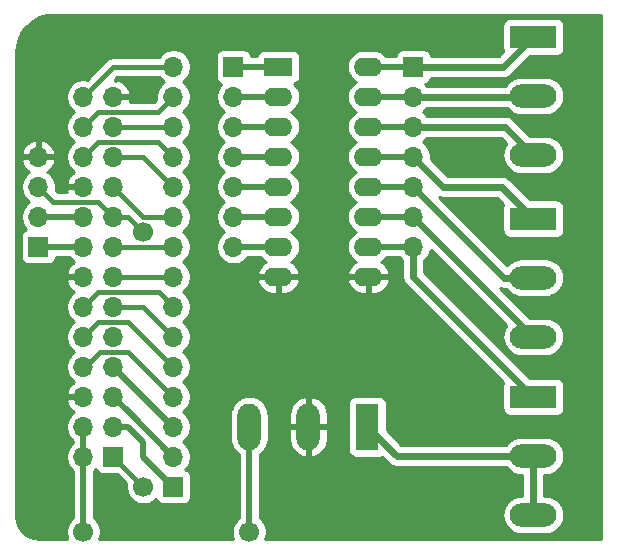
<source format=gbr>
%TF.GenerationSoftware,KiCad,Pcbnew,5.1.6*%
%TF.CreationDate,2020-06-10T16:54:39+07:00*%
%TF.ProjectId,pi_hat_driver_ULN2003,70695f68-6174-45f6-9472-697665725f55,rev?*%
%TF.SameCoordinates,Original*%
%TF.FileFunction,Copper,L2,Bot*%
%TF.FilePolarity,Positive*%
%FSLAX46Y46*%
G04 Gerber Fmt 4.6, Leading zero omitted, Abs format (unit mm)*
G04 Created by KiCad (PCBNEW 5.1.6) date 2020-06-10 16:54:39*
%MOMM*%
%LPD*%
G01*
G04 APERTURE LIST*
%TA.AperFunction,ComponentPad*%
%ADD10R,1.980000X3.960000*%
%TD*%
%TA.AperFunction,ComponentPad*%
%ADD11O,1.980000X3.960000*%
%TD*%
%TA.AperFunction,ComponentPad*%
%ADD12R,1.700000X1.700000*%
%TD*%
%TA.AperFunction,ComponentPad*%
%ADD13O,1.700000X1.700000*%
%TD*%
%TA.AperFunction,ComponentPad*%
%ADD14R,2.400000X1.600000*%
%TD*%
%TA.AperFunction,ComponentPad*%
%ADD15O,2.400000X1.600000*%
%TD*%
%TA.AperFunction,ComponentPad*%
%ADD16R,3.960000X1.980000*%
%TD*%
%TA.AperFunction,ComponentPad*%
%ADD17O,3.960000X1.980000*%
%TD*%
%TA.AperFunction,ViaPad*%
%ADD18C,1.700000*%
%TD*%
%TA.AperFunction,Conductor*%
%ADD19C,0.600000*%
%TD*%
%TA.AperFunction,Conductor*%
%ADD20C,0.400000*%
%TD*%
%TA.AperFunction,Conductor*%
%ADD21C,0.508000*%
%TD*%
%TA.AperFunction,Conductor*%
%ADD22C,0.254000*%
%TD*%
G04 APERTURE END LIST*
D10*
%TO.P,J1,1*%
%TO.N,VREL*%
X51990000Y-52070000D03*
D11*
%TO.P,J1,2*%
%TO.N,GND*%
X46990000Y-52070000D03*
%TO.P,J1,3*%
%TO.N,5V*%
X41990000Y-52070000D03*
%TD*%
D12*
%TO.P,J2,1*%
%TO.N,3V3*%
X30480000Y-54610000D03*
D13*
%TO.P,J2,2*%
%TO.N,5V*%
X27940000Y-54610000D03*
%TO.P,J2,3*%
%TO.N,N$17*%
X30480000Y-52070000D03*
%TO.P,J2,4*%
%TO.N,5V*%
X27940000Y-52070000D03*
%TO.P,J2,5*%
%TO.N,N$18*%
X30480000Y-49530000D03*
%TO.P,J2,6*%
%TO.N,GND*%
X27940000Y-49530000D03*
%TO.P,J2,7*%
%TO.N,N$19*%
X30480000Y-46990000D03*
%TO.P,J2,8*%
%TO.N,N$20*%
X27940000Y-46990000D03*
%TO.P,J2,9*%
%TO.N,GND*%
X30480000Y-44450000D03*
%TO.P,J2,10*%
%TO.N,N$21*%
X27940000Y-44450000D03*
%TO.P,J2,11*%
%TO.N,N$22*%
X30480000Y-41910000D03*
%TO.P,J2,12*%
%TO.N,N$23*%
X27940000Y-41910000D03*
%TO.P,J2,13*%
%TO.N,N$24*%
X30480000Y-39370000D03*
%TO.P,J2,14*%
%TO.N,GND*%
X27940000Y-39370000D03*
%TO.P,J2,15*%
%TO.N,N$25*%
X30480000Y-36830000D03*
%TO.P,J2,16*%
%TO.N,N$1*%
X27940000Y-36830000D03*
%TO.P,J2,17*%
%TO.N,3V3*%
X30480000Y-34290000D03*
%TO.P,J2,18*%
%TO.N,N$2*%
X27940000Y-34290000D03*
%TO.P,J2,19*%
%TO.N,N$26*%
X30480000Y-31750000D03*
%TO.P,J2,20*%
%TO.N,GND*%
X27940000Y-31750000D03*
%TO.P,J2,21*%
%TO.N,N$27*%
X30480000Y-29210000D03*
%TO.P,J2,22*%
%TO.N,N$28*%
X27940000Y-29210000D03*
%TO.P,J2,23*%
%TO.N,N$29*%
X30480000Y-26670000D03*
%TO.P,J2,24*%
%TO.N,N$30*%
X27940000Y-26670000D03*
%TO.P,J2,25*%
%TO.N,GND*%
X30480000Y-24130000D03*
%TO.P,J2,26*%
%TO.N,N$31*%
X27940000Y-24130000D03*
%TD*%
D12*
%TO.P,J3,1*%
%TO.N,N$1*%
X24130000Y-36830000D03*
D13*
%TO.P,J3,2*%
%TO.N,N$2*%
X24130000Y-34290000D03*
%TO.P,J3,3*%
%TO.N,3V3*%
X24130000Y-31750000D03*
%TO.P,J3,4*%
%TO.N,GND*%
X24130000Y-29210000D03*
%TD*%
D12*
%TO.P,J4,1*%
%TO.N,N$3*%
X40640000Y-21590000D03*
D13*
%TO.P,J4,2*%
%TO.N,N$5*%
X40640000Y-24130000D03*
%TO.P,J4,3*%
%TO.N,N$7*%
X40640000Y-26670000D03*
%TO.P,J4,4*%
%TO.N,N$9*%
X40640000Y-29210000D03*
%TO.P,J4,5*%
%TO.N,N$11*%
X40640000Y-31750000D03*
%TO.P,J4,6*%
%TO.N,N$13*%
X40640000Y-34290000D03*
%TO.P,J4,7*%
%TO.N,N$15*%
X40640000Y-36830000D03*
%TD*%
%TO.P,J5,7*%
%TO.N,N$16*%
X55880000Y-36830000D03*
%TO.P,J5,6*%
%TO.N,N$14*%
X55880000Y-34290000D03*
%TO.P,J5,5*%
%TO.N,N$12*%
X55880000Y-31750000D03*
%TO.P,J5,4*%
%TO.N,N$10*%
X55880000Y-29210000D03*
%TO.P,J5,3*%
%TO.N,N$8*%
X55880000Y-26670000D03*
%TO.P,J5,2*%
%TO.N,N$6*%
X55880000Y-24130000D03*
D12*
%TO.P,J5,1*%
%TO.N,N$4*%
X55880000Y-21590000D03*
%TD*%
D14*
%TO.P,U1,1*%
%TO.N,N$3*%
X44450000Y-21590000D03*
D15*
%TO.P,U1,9*%
%TO.N,GND*%
X52070000Y-39370000D03*
%TO.P,U1,2*%
%TO.N,N$5*%
X44450000Y-24130000D03*
%TO.P,U1,10*%
%TO.N,N$16*%
X52070000Y-36830000D03*
%TO.P,U1,3*%
%TO.N,N$7*%
X44450000Y-26670000D03*
%TO.P,U1,11*%
%TO.N,N$14*%
X52070000Y-34290000D03*
%TO.P,U1,4*%
%TO.N,N$9*%
X44450000Y-29210000D03*
%TO.P,U1,12*%
%TO.N,N$12*%
X52070000Y-31750000D03*
%TO.P,U1,5*%
%TO.N,N$11*%
X44450000Y-31750000D03*
%TO.P,U1,13*%
%TO.N,N$10*%
X52070000Y-29210000D03*
%TO.P,U1,6*%
%TO.N,N$13*%
X44450000Y-34290000D03*
%TO.P,U1,14*%
%TO.N,N$8*%
X52070000Y-26670000D03*
%TO.P,U1,7*%
%TO.N,N$15*%
X44450000Y-36830000D03*
%TO.P,U1,15*%
%TO.N,N$6*%
X52070000Y-24130000D03*
%TO.P,U1,8*%
%TO.N,GND*%
X44450000Y-39370000D03*
%TO.P,U1,16*%
%TO.N,N$4*%
X52070000Y-21590000D03*
%TD*%
D12*
%TO.P,J6,1*%
%TO.N,N$17*%
X35560000Y-57150000D03*
D13*
%TO.P,J6,2*%
%TO.N,N$18*%
X35560000Y-54610000D03*
%TO.P,J6,3*%
%TO.N,N$19*%
X35560000Y-52070000D03*
%TO.P,J6,4*%
%TO.N,N$20*%
X35560000Y-49530000D03*
%TO.P,J6,5*%
%TO.N,N$21*%
X35560000Y-46990000D03*
%TO.P,J6,6*%
%TO.N,N$22*%
X35560000Y-44450000D03*
%TO.P,J6,7*%
%TO.N,N$23*%
X35560000Y-41910000D03*
%TO.P,J6,8*%
%TO.N,N$24*%
X35560000Y-39370000D03*
%TO.P,J6,9*%
%TO.N,N$25*%
X35560000Y-36830000D03*
%TO.P,J6,10*%
%TO.N,N$26*%
X35560000Y-34290000D03*
%TO.P,J6,11*%
%TO.N,N$27*%
X35560000Y-31750000D03*
%TO.P,J6,12*%
%TO.N,N$28*%
X35560000Y-29210000D03*
%TO.P,J6,13*%
%TO.N,N$29*%
X35560000Y-26670000D03*
%TO.P,J6,14*%
%TO.N,N$30*%
X35560000Y-24130000D03*
%TO.P,J6,15*%
%TO.N,N$31*%
X35560000Y-21590000D03*
%TD*%
D16*
%TO.P,J7,1*%
%TO.N,N$4*%
X66040000Y-19050000D03*
D17*
%TO.P,J7,2*%
%TO.N,N$6*%
X66040000Y-24050000D03*
%TO.P,J7,3*%
%TO.N,N$8*%
X66040000Y-29050000D03*
%TD*%
%TO.P,J8,3*%
%TO.N,N$14*%
X66040000Y-44450000D03*
%TO.P,J8,2*%
%TO.N,N$12*%
X66040000Y-39450000D03*
D16*
%TO.P,J8,1*%
%TO.N,N$10*%
X66040000Y-34450000D03*
%TD*%
%TO.P,J9,1*%
%TO.N,N$16*%
X66040000Y-49530000D03*
D17*
%TO.P,J9,2*%
%TO.N,VREL*%
X66040000Y-54530000D03*
%TO.P,J9,3*%
X66040000Y-59530000D03*
%TD*%
D18*
%TO.N,GND*%
X24130000Y-45720000D03*
X24130000Y-25400000D03*
%TO.N,5V*%
X41990000Y-60960000D03*
X27940000Y-60960000D03*
%TO.N,3V3*%
X33020000Y-35560000D03*
X33020000Y-57150000D03*
%TD*%
D19*
%TO.N,VREL*%
X54450000Y-54530000D02*
X51990000Y-52070000D01*
X66040000Y-54530000D02*
X54450000Y-54530000D01*
X66040000Y-59530000D02*
X66040000Y-54530000D01*
D20*
%TO.N,GND*%
X30480000Y-44450000D02*
X29790002Y-44450000D01*
X25400000Y-45720000D02*
X25400000Y-49530000D01*
D21*
%TO.N,5V*%
X27940000Y-54610000D02*
X27940000Y-52070000D01*
X41990000Y-52070000D02*
X41990000Y-60960000D01*
X27940000Y-60960000D02*
X27940000Y-54610000D01*
D20*
%TO.N,3V3*%
X24130000Y-31750000D02*
X25400000Y-33020000D01*
X25400000Y-33020000D02*
X29210000Y-33020000D01*
X29210000Y-33020000D02*
X30480000Y-34290000D01*
X30480000Y-34290000D02*
X31750000Y-34290000D01*
X31750000Y-34290000D02*
X33020000Y-35560000D01*
X33020000Y-57150000D02*
X30480000Y-54610000D01*
D21*
%TO.N,N$1*%
X24130000Y-36830000D02*
X27940000Y-36830000D01*
%TO.N,N$2*%
X24130000Y-34290000D02*
X27940000Y-34290000D01*
%TO.N,N$3*%
X40640000Y-21590000D02*
X44450000Y-21590000D01*
%TO.N,N$5*%
X40640000Y-24130000D02*
X44450000Y-24130000D01*
%TO.N,N$7*%
X40640000Y-26670000D02*
X44450000Y-26670000D01*
%TO.N,N$9*%
X40640000Y-29210000D02*
X44450000Y-29210000D01*
%TO.N,N$11*%
X40640000Y-31750000D02*
X44450000Y-31750000D01*
%TO.N,N$13*%
X40640000Y-34290000D02*
X44450000Y-34290000D01*
%TO.N,N$15*%
X40640000Y-36830000D02*
X44450000Y-36830000D01*
%TO.N,N$16*%
X52070000Y-36830000D02*
X55880000Y-36830000D01*
D19*
X55880000Y-39370000D02*
X55880000Y-36830000D01*
X66040000Y-49530000D02*
X55880000Y-39370000D01*
D21*
%TO.N,N$14*%
X52070000Y-34290000D02*
X55880000Y-34290000D01*
D19*
X66040000Y-44450000D02*
X55880000Y-34290000D01*
D21*
%TO.N,N$12*%
X52070000Y-31750000D02*
X55880000Y-31750000D01*
D19*
X63580000Y-39450000D02*
X55880000Y-31750000D01*
X66040000Y-39450000D02*
X63580000Y-39450000D01*
D21*
%TO.N,N$10*%
X52070000Y-29210000D02*
X55880000Y-29210000D01*
D19*
X66040000Y-34450000D02*
X63340000Y-31750000D01*
X58420000Y-31750000D02*
X55880000Y-29210000D01*
X63340000Y-31750000D02*
X58420000Y-31750000D01*
D21*
%TO.N,N$8*%
X52070000Y-26670000D02*
X55880000Y-26670000D01*
D19*
X63660000Y-26670000D02*
X66040000Y-29050000D01*
X55880000Y-26670000D02*
X63660000Y-26670000D01*
D21*
%TO.N,N$6*%
X52070000Y-24130000D02*
X55880000Y-24130000D01*
D19*
X65960000Y-24130000D02*
X66040000Y-24050000D01*
X55880000Y-24130000D02*
X65960000Y-24130000D01*
D21*
%TO.N,N$4*%
X52070000Y-21590000D02*
X55880000Y-21590000D01*
D19*
X63500000Y-21590000D02*
X66040000Y-19050000D01*
X55880000Y-21590000D02*
X63500000Y-21590000D01*
D21*
%TO.N,N$17*%
X33020000Y-54610000D02*
X35560000Y-57150000D01*
X33020000Y-53340000D02*
X33020000Y-54610000D01*
X31750000Y-52070000D02*
X33020000Y-53340000D01*
X30480000Y-52070000D02*
X31750000Y-52070000D01*
%TO.N,N$18*%
X31784001Y-50834001D02*
X35560000Y-54610000D01*
X30480000Y-49530000D02*
X31784001Y-50834001D01*
%TO.N,N$19*%
X30480000Y-46990000D02*
X35560000Y-52070000D01*
D20*
%TO.N,N$20*%
X29368544Y-45720000D02*
X31750000Y-45720000D01*
X27940000Y-46990000D02*
X28098544Y-46990000D01*
X28098544Y-46990000D02*
X29368544Y-45720000D01*
X31750000Y-45720000D02*
X35560000Y-49530000D01*
%TO.N,N$21*%
X27940000Y-44450000D02*
X29210000Y-43180000D01*
X31750000Y-43180000D02*
X35560000Y-46990000D01*
X29210000Y-43180000D02*
X31750000Y-43180000D01*
%TO.N,N$22*%
X33020000Y-41910000D02*
X35560000Y-44450000D01*
X30480000Y-41910000D02*
X33020000Y-41910000D01*
%TO.N,N$23*%
X34309999Y-40659999D02*
X35560000Y-41910000D01*
X29190001Y-40659999D02*
X34309999Y-40659999D01*
X27940000Y-41910000D02*
X29190001Y-40659999D01*
%TO.N,N$24*%
X30480000Y-39370000D02*
X35560000Y-39370000D01*
%TO.N,N$25*%
X30480000Y-36830000D02*
X35560000Y-36830000D01*
%TO.N,N$26*%
X30480000Y-31750000D02*
X33020000Y-34290000D01*
X33020000Y-34290000D02*
X35560000Y-34290000D01*
%TO.N,N$27*%
X33020000Y-29210000D02*
X35560000Y-31750000D01*
X30480000Y-29210000D02*
X33020000Y-29210000D01*
%TO.N,N$28*%
X27940000Y-29210000D02*
X29210000Y-27940000D01*
X34290000Y-27940000D02*
X35560000Y-29210000D01*
X29210000Y-27940000D02*
X34290000Y-27940000D01*
%TO.N,N$29*%
X30480000Y-26670000D02*
X35560000Y-26670000D01*
%TO.N,N$30*%
X29190001Y-25419999D02*
X34270001Y-25419999D01*
X27940000Y-26670000D02*
X29190001Y-25419999D01*
X34270001Y-25419999D02*
X35560000Y-24130000D01*
%TO.N,N$31*%
X27940000Y-24130000D02*
X30480000Y-21590000D01*
X30480000Y-21590000D02*
X35560000Y-21590000D01*
%TD*%
D22*
%TO.N,GND*%
G36*
X71730000Y-61570000D02*
G01*
X43344682Y-61570000D01*
X43417932Y-61393158D01*
X43475000Y-61106260D01*
X43475000Y-60813740D01*
X43417932Y-60526842D01*
X43305990Y-60256589D01*
X43143475Y-60013368D01*
X42936632Y-59806525D01*
X42879000Y-59768017D01*
X42879000Y-54427387D01*
X42897169Y-54417675D01*
X43144608Y-54214608D01*
X43347675Y-53967170D01*
X43498568Y-53684869D01*
X43591487Y-53378556D01*
X43615000Y-53139824D01*
X43615000Y-52197000D01*
X45365000Y-52197000D01*
X45365000Y-53187000D01*
X45421000Y-53501582D01*
X45537296Y-53799194D01*
X45709419Y-54068399D01*
X45930754Y-54298852D01*
X46192795Y-54481696D01*
X46485472Y-54609905D01*
X46611135Y-54640218D01*
X46863000Y-54520740D01*
X46863000Y-52197000D01*
X47117000Y-52197000D01*
X47117000Y-54520740D01*
X47368865Y-54640218D01*
X47494528Y-54609905D01*
X47787205Y-54481696D01*
X48049246Y-54298852D01*
X48270581Y-54068399D01*
X48442704Y-53799194D01*
X48559000Y-53501582D01*
X48615000Y-53187000D01*
X48615000Y-52197000D01*
X47117000Y-52197000D01*
X46863000Y-52197000D01*
X45365000Y-52197000D01*
X43615000Y-52197000D01*
X43615000Y-51000176D01*
X43610354Y-50953000D01*
X45365000Y-50953000D01*
X45365000Y-51943000D01*
X46863000Y-51943000D01*
X46863000Y-49619260D01*
X47117000Y-49619260D01*
X47117000Y-51943000D01*
X48615000Y-51943000D01*
X48615000Y-50953000D01*
X48559000Y-50638418D01*
X48442704Y-50340806D01*
X48282345Y-50090000D01*
X50361928Y-50090000D01*
X50361928Y-54050000D01*
X50374188Y-54174482D01*
X50410498Y-54294180D01*
X50469463Y-54404494D01*
X50548815Y-54501185D01*
X50645506Y-54580537D01*
X50755820Y-54639502D01*
X50875518Y-54675812D01*
X51000000Y-54688072D01*
X52980000Y-54688072D01*
X53104482Y-54675812D01*
X53224180Y-54639502D01*
X53232673Y-54634962D01*
X53756374Y-55158664D01*
X53785656Y-55194344D01*
X53928028Y-55311186D01*
X54090460Y-55398007D01*
X54213243Y-55435253D01*
X54266707Y-55451471D01*
X54449999Y-55469524D01*
X54495931Y-55465000D01*
X63715164Y-55465000D01*
X63895392Y-55684608D01*
X64142830Y-55887675D01*
X64425131Y-56038568D01*
X64731444Y-56131487D01*
X64970176Y-56155000D01*
X65105001Y-56155000D01*
X65105000Y-57905000D01*
X64970176Y-57905000D01*
X64731444Y-57928513D01*
X64425131Y-58021432D01*
X64142830Y-58172325D01*
X63895392Y-58375392D01*
X63692325Y-58622830D01*
X63541432Y-58905131D01*
X63448513Y-59211444D01*
X63417138Y-59530000D01*
X63448513Y-59848556D01*
X63541432Y-60154869D01*
X63692325Y-60437170D01*
X63895392Y-60684608D01*
X64142830Y-60887675D01*
X64425131Y-61038568D01*
X64731444Y-61131487D01*
X64970176Y-61155000D01*
X67109824Y-61155000D01*
X67348556Y-61131487D01*
X67654869Y-61038568D01*
X67937170Y-60887675D01*
X68184608Y-60684608D01*
X68387675Y-60437170D01*
X68538568Y-60154869D01*
X68631487Y-59848556D01*
X68662862Y-59530000D01*
X68631487Y-59211444D01*
X68538568Y-58905131D01*
X68387675Y-58622830D01*
X68184608Y-58375392D01*
X67937170Y-58172325D01*
X67654869Y-58021432D01*
X67348556Y-57928513D01*
X67109824Y-57905000D01*
X66975000Y-57905000D01*
X66975000Y-56155000D01*
X67109824Y-56155000D01*
X67348556Y-56131487D01*
X67654869Y-56038568D01*
X67937170Y-55887675D01*
X68184608Y-55684608D01*
X68387675Y-55437170D01*
X68538568Y-55154869D01*
X68631487Y-54848556D01*
X68662862Y-54530000D01*
X68631487Y-54211444D01*
X68538568Y-53905131D01*
X68387675Y-53622830D01*
X68184608Y-53375392D01*
X67937170Y-53172325D01*
X67654869Y-53021432D01*
X67348556Y-52928513D01*
X67109824Y-52905000D01*
X64970176Y-52905000D01*
X64731444Y-52928513D01*
X64425131Y-53021432D01*
X64142830Y-53172325D01*
X63895392Y-53375392D01*
X63715164Y-53595000D01*
X54837290Y-53595000D01*
X53618072Y-52375783D01*
X53618072Y-50090000D01*
X53605812Y-49965518D01*
X53569502Y-49845820D01*
X53510537Y-49735506D01*
X53431185Y-49638815D01*
X53334494Y-49559463D01*
X53224180Y-49500498D01*
X53104482Y-49464188D01*
X52980000Y-49451928D01*
X51000000Y-49451928D01*
X50875518Y-49464188D01*
X50755820Y-49500498D01*
X50645506Y-49559463D01*
X50548815Y-49638815D01*
X50469463Y-49735506D01*
X50410498Y-49845820D01*
X50374188Y-49965518D01*
X50361928Y-50090000D01*
X48282345Y-50090000D01*
X48270581Y-50071601D01*
X48049246Y-49841148D01*
X47787205Y-49658304D01*
X47494528Y-49530095D01*
X47368865Y-49499782D01*
X47117000Y-49619260D01*
X46863000Y-49619260D01*
X46611135Y-49499782D01*
X46485472Y-49530095D01*
X46192795Y-49658304D01*
X45930754Y-49841148D01*
X45709419Y-50071601D01*
X45537296Y-50340806D01*
X45421000Y-50638418D01*
X45365000Y-50953000D01*
X43610354Y-50953000D01*
X43591487Y-50761444D01*
X43498568Y-50455131D01*
X43347675Y-50172830D01*
X43144608Y-49925392D01*
X42897170Y-49722325D01*
X42614869Y-49571432D01*
X42308556Y-49478513D01*
X41990000Y-49447138D01*
X41671445Y-49478513D01*
X41365132Y-49571432D01*
X41082831Y-49722325D01*
X40835393Y-49925392D01*
X40632326Y-50172830D01*
X40481433Y-50455131D01*
X40388514Y-50761444D01*
X40365001Y-51000176D01*
X40365000Y-53139823D01*
X40388513Y-53378555D01*
X40481432Y-53684868D01*
X40632325Y-53967169D01*
X40835392Y-54214608D01*
X41082830Y-54417675D01*
X41101000Y-54427387D01*
X41101001Y-59768016D01*
X41043368Y-59806525D01*
X40836525Y-60013368D01*
X40674010Y-60256589D01*
X40562068Y-60526842D01*
X40505000Y-60813740D01*
X40505000Y-61106260D01*
X40562068Y-61393158D01*
X40635318Y-61570000D01*
X29294682Y-61570000D01*
X29367932Y-61393158D01*
X29425000Y-61106260D01*
X29425000Y-60813740D01*
X29367932Y-60526842D01*
X29255990Y-60256589D01*
X29093475Y-60013368D01*
X28886632Y-59806525D01*
X28829000Y-59768017D01*
X28829000Y-55801983D01*
X28886632Y-55763475D01*
X29018487Y-55631620D01*
X29040498Y-55704180D01*
X29099463Y-55814494D01*
X29178815Y-55911185D01*
X29275506Y-55990537D01*
X29385820Y-56049502D01*
X29505518Y-56085812D01*
X29630000Y-56098072D01*
X30787205Y-56098072D01*
X31561193Y-56872061D01*
X31535000Y-57003740D01*
X31535000Y-57296260D01*
X31592068Y-57583158D01*
X31704010Y-57853411D01*
X31866525Y-58096632D01*
X32073368Y-58303475D01*
X32316589Y-58465990D01*
X32586842Y-58577932D01*
X32873740Y-58635000D01*
X33166260Y-58635000D01*
X33453158Y-58577932D01*
X33723411Y-58465990D01*
X33966632Y-58303475D01*
X34098487Y-58171620D01*
X34120498Y-58244180D01*
X34179463Y-58354494D01*
X34258815Y-58451185D01*
X34355506Y-58530537D01*
X34465820Y-58589502D01*
X34585518Y-58625812D01*
X34710000Y-58638072D01*
X36410000Y-58638072D01*
X36534482Y-58625812D01*
X36654180Y-58589502D01*
X36764494Y-58530537D01*
X36861185Y-58451185D01*
X36940537Y-58354494D01*
X36999502Y-58244180D01*
X37035812Y-58124482D01*
X37048072Y-58000000D01*
X37048072Y-56300000D01*
X37035812Y-56175518D01*
X36999502Y-56055820D01*
X36940537Y-55945506D01*
X36861185Y-55848815D01*
X36764494Y-55769463D01*
X36654180Y-55710498D01*
X36581620Y-55688487D01*
X36713475Y-55556632D01*
X36875990Y-55313411D01*
X36987932Y-55043158D01*
X37045000Y-54756260D01*
X37045000Y-54463740D01*
X36987932Y-54176842D01*
X36875990Y-53906589D01*
X36713475Y-53663368D01*
X36506632Y-53456525D01*
X36332240Y-53340000D01*
X36506632Y-53223475D01*
X36713475Y-53016632D01*
X36875990Y-52773411D01*
X36987932Y-52503158D01*
X37045000Y-52216260D01*
X37045000Y-51923740D01*
X36987932Y-51636842D01*
X36875990Y-51366589D01*
X36713475Y-51123368D01*
X36506632Y-50916525D01*
X36332240Y-50800000D01*
X36506632Y-50683475D01*
X36713475Y-50476632D01*
X36875990Y-50233411D01*
X36987932Y-49963158D01*
X37045000Y-49676260D01*
X37045000Y-49383740D01*
X36987932Y-49096842D01*
X36875990Y-48826589D01*
X36713475Y-48583368D01*
X36506632Y-48376525D01*
X36332240Y-48260000D01*
X36506632Y-48143475D01*
X36713475Y-47936632D01*
X36875990Y-47693411D01*
X36987932Y-47423158D01*
X37045000Y-47136260D01*
X37045000Y-46843740D01*
X36987932Y-46556842D01*
X36875990Y-46286589D01*
X36713475Y-46043368D01*
X36506632Y-45836525D01*
X36332240Y-45720000D01*
X36506632Y-45603475D01*
X36713475Y-45396632D01*
X36875990Y-45153411D01*
X36987932Y-44883158D01*
X37045000Y-44596260D01*
X37045000Y-44303740D01*
X36987932Y-44016842D01*
X36875990Y-43746589D01*
X36713475Y-43503368D01*
X36506632Y-43296525D01*
X36332240Y-43180000D01*
X36506632Y-43063475D01*
X36713475Y-42856632D01*
X36875990Y-42613411D01*
X36987932Y-42343158D01*
X37045000Y-42056260D01*
X37045000Y-41763740D01*
X36987932Y-41476842D01*
X36875990Y-41206589D01*
X36713475Y-40963368D01*
X36506632Y-40756525D01*
X36332240Y-40640000D01*
X36506632Y-40523475D01*
X36713475Y-40316632D01*
X36875990Y-40073411D01*
X36987932Y-39803158D01*
X37004664Y-39719039D01*
X42658096Y-39719039D01*
X42675633Y-39801818D01*
X42786285Y-40061646D01*
X42945500Y-40294895D01*
X43147161Y-40492601D01*
X43383517Y-40647166D01*
X43645486Y-40752650D01*
X43923000Y-40805000D01*
X44323000Y-40805000D01*
X44323000Y-39497000D01*
X44577000Y-39497000D01*
X44577000Y-40805000D01*
X44977000Y-40805000D01*
X45254514Y-40752650D01*
X45516483Y-40647166D01*
X45752839Y-40492601D01*
X45954500Y-40294895D01*
X46113715Y-40061646D01*
X46224367Y-39801818D01*
X46241904Y-39719039D01*
X50278096Y-39719039D01*
X50295633Y-39801818D01*
X50406285Y-40061646D01*
X50565500Y-40294895D01*
X50767161Y-40492601D01*
X51003517Y-40647166D01*
X51265486Y-40752650D01*
X51543000Y-40805000D01*
X51943000Y-40805000D01*
X51943000Y-39497000D01*
X52197000Y-39497000D01*
X52197000Y-40805000D01*
X52597000Y-40805000D01*
X52874514Y-40752650D01*
X53136483Y-40647166D01*
X53372839Y-40492601D01*
X53574500Y-40294895D01*
X53733715Y-40061646D01*
X53844367Y-39801818D01*
X53861904Y-39719039D01*
X53739915Y-39497000D01*
X52197000Y-39497000D01*
X51943000Y-39497000D01*
X50400085Y-39497000D01*
X50278096Y-39719039D01*
X46241904Y-39719039D01*
X46119915Y-39497000D01*
X44577000Y-39497000D01*
X44323000Y-39497000D01*
X42780085Y-39497000D01*
X42658096Y-39719039D01*
X37004664Y-39719039D01*
X37045000Y-39516260D01*
X37045000Y-39223740D01*
X36987932Y-38936842D01*
X36875990Y-38666589D01*
X36713475Y-38423368D01*
X36506632Y-38216525D01*
X36332240Y-38100000D01*
X36506632Y-37983475D01*
X36713475Y-37776632D01*
X36875990Y-37533411D01*
X36987932Y-37263158D01*
X37045000Y-36976260D01*
X37045000Y-36683740D01*
X36987932Y-36396842D01*
X36875990Y-36126589D01*
X36713475Y-35883368D01*
X36506632Y-35676525D01*
X36332240Y-35560000D01*
X36506632Y-35443475D01*
X36713475Y-35236632D01*
X36875990Y-34993411D01*
X36987932Y-34723158D01*
X37045000Y-34436260D01*
X37045000Y-34143740D01*
X36987932Y-33856842D01*
X36875990Y-33586589D01*
X36713475Y-33343368D01*
X36506632Y-33136525D01*
X36332240Y-33020000D01*
X36506632Y-32903475D01*
X36713475Y-32696632D01*
X36875990Y-32453411D01*
X36987932Y-32183158D01*
X37045000Y-31896260D01*
X37045000Y-31603740D01*
X36987932Y-31316842D01*
X36875990Y-31046589D01*
X36713475Y-30803368D01*
X36506632Y-30596525D01*
X36332240Y-30480000D01*
X36506632Y-30363475D01*
X36713475Y-30156632D01*
X36875990Y-29913411D01*
X36987932Y-29643158D01*
X37045000Y-29356260D01*
X37045000Y-29063740D01*
X36987932Y-28776842D01*
X36875990Y-28506589D01*
X36713475Y-28263368D01*
X36506632Y-28056525D01*
X36332240Y-27940000D01*
X36506632Y-27823475D01*
X36713475Y-27616632D01*
X36875990Y-27373411D01*
X36987932Y-27103158D01*
X37045000Y-26816260D01*
X37045000Y-26523740D01*
X36987932Y-26236842D01*
X36875990Y-25966589D01*
X36713475Y-25723368D01*
X36506632Y-25516525D01*
X36332240Y-25400000D01*
X36506632Y-25283475D01*
X36713475Y-25076632D01*
X36875990Y-24833411D01*
X36987932Y-24563158D01*
X37045000Y-24276260D01*
X37045000Y-23983740D01*
X36987932Y-23696842D01*
X36875990Y-23426589D01*
X36713475Y-23183368D01*
X36506632Y-22976525D01*
X36332240Y-22860000D01*
X36506632Y-22743475D01*
X36713475Y-22536632D01*
X36875990Y-22293411D01*
X36987932Y-22023158D01*
X37045000Y-21736260D01*
X37045000Y-21443740D01*
X36987932Y-21156842D01*
X36875990Y-20886589D01*
X36778043Y-20740000D01*
X39151928Y-20740000D01*
X39151928Y-22440000D01*
X39164188Y-22564482D01*
X39200498Y-22684180D01*
X39259463Y-22794494D01*
X39338815Y-22891185D01*
X39435506Y-22970537D01*
X39545820Y-23029502D01*
X39618380Y-23051513D01*
X39486525Y-23183368D01*
X39324010Y-23426589D01*
X39212068Y-23696842D01*
X39155000Y-23983740D01*
X39155000Y-24276260D01*
X39212068Y-24563158D01*
X39324010Y-24833411D01*
X39486525Y-25076632D01*
X39693368Y-25283475D01*
X39867760Y-25400000D01*
X39693368Y-25516525D01*
X39486525Y-25723368D01*
X39324010Y-25966589D01*
X39212068Y-26236842D01*
X39155000Y-26523740D01*
X39155000Y-26816260D01*
X39212068Y-27103158D01*
X39324010Y-27373411D01*
X39486525Y-27616632D01*
X39693368Y-27823475D01*
X39867760Y-27940000D01*
X39693368Y-28056525D01*
X39486525Y-28263368D01*
X39324010Y-28506589D01*
X39212068Y-28776842D01*
X39155000Y-29063740D01*
X39155000Y-29356260D01*
X39212068Y-29643158D01*
X39324010Y-29913411D01*
X39486525Y-30156632D01*
X39693368Y-30363475D01*
X39867760Y-30480000D01*
X39693368Y-30596525D01*
X39486525Y-30803368D01*
X39324010Y-31046589D01*
X39212068Y-31316842D01*
X39155000Y-31603740D01*
X39155000Y-31896260D01*
X39212068Y-32183158D01*
X39324010Y-32453411D01*
X39486525Y-32696632D01*
X39693368Y-32903475D01*
X39867760Y-33020000D01*
X39693368Y-33136525D01*
X39486525Y-33343368D01*
X39324010Y-33586589D01*
X39212068Y-33856842D01*
X39155000Y-34143740D01*
X39155000Y-34436260D01*
X39212068Y-34723158D01*
X39324010Y-34993411D01*
X39486525Y-35236632D01*
X39693368Y-35443475D01*
X39867760Y-35560000D01*
X39693368Y-35676525D01*
X39486525Y-35883368D01*
X39324010Y-36126589D01*
X39212068Y-36396842D01*
X39155000Y-36683740D01*
X39155000Y-36976260D01*
X39212068Y-37263158D01*
X39324010Y-37533411D01*
X39486525Y-37776632D01*
X39693368Y-37983475D01*
X39936589Y-38145990D01*
X40206842Y-38257932D01*
X40493740Y-38315000D01*
X40786260Y-38315000D01*
X41073158Y-38257932D01*
X41343411Y-38145990D01*
X41586632Y-37983475D01*
X41793475Y-37776632D01*
X41831983Y-37719000D01*
X42923205Y-37719000D01*
X43030392Y-37849608D01*
X43248899Y-38028932D01*
X43376741Y-38097265D01*
X43147161Y-38247399D01*
X42945500Y-38445105D01*
X42786285Y-38678354D01*
X42675633Y-38938182D01*
X42658096Y-39020961D01*
X42780085Y-39243000D01*
X44323000Y-39243000D01*
X44323000Y-39223000D01*
X44577000Y-39223000D01*
X44577000Y-39243000D01*
X46119915Y-39243000D01*
X46241904Y-39020961D01*
X46224367Y-38938182D01*
X46113715Y-38678354D01*
X45954500Y-38445105D01*
X45752839Y-38247399D01*
X45523259Y-38097265D01*
X45651101Y-38028932D01*
X45869608Y-37849608D01*
X46048932Y-37631101D01*
X46182182Y-37381808D01*
X46264236Y-37111309D01*
X46291943Y-36830000D01*
X46264236Y-36548691D01*
X46182182Y-36278192D01*
X46048932Y-36028899D01*
X45869608Y-35810392D01*
X45651101Y-35631068D01*
X45518142Y-35560000D01*
X45651101Y-35488932D01*
X45869608Y-35309608D01*
X46048932Y-35091101D01*
X46182182Y-34841808D01*
X46264236Y-34571309D01*
X46291943Y-34290000D01*
X46264236Y-34008691D01*
X46182182Y-33738192D01*
X46048932Y-33488899D01*
X45869608Y-33270392D01*
X45651101Y-33091068D01*
X45518142Y-33020000D01*
X45651101Y-32948932D01*
X45869608Y-32769608D01*
X46048932Y-32551101D01*
X46182182Y-32301808D01*
X46264236Y-32031309D01*
X46291943Y-31750000D01*
X46264236Y-31468691D01*
X46182182Y-31198192D01*
X46048932Y-30948899D01*
X45869608Y-30730392D01*
X45651101Y-30551068D01*
X45518142Y-30480000D01*
X45651101Y-30408932D01*
X45869608Y-30229608D01*
X46048932Y-30011101D01*
X46182182Y-29761808D01*
X46264236Y-29491309D01*
X46291943Y-29210000D01*
X46264236Y-28928691D01*
X46182182Y-28658192D01*
X46048932Y-28408899D01*
X45869608Y-28190392D01*
X45651101Y-28011068D01*
X45518142Y-27940000D01*
X45651101Y-27868932D01*
X45869608Y-27689608D01*
X46048932Y-27471101D01*
X46182182Y-27221808D01*
X46264236Y-26951309D01*
X46291943Y-26670000D01*
X46264236Y-26388691D01*
X46182182Y-26118192D01*
X46048932Y-25868899D01*
X45869608Y-25650392D01*
X45651101Y-25471068D01*
X45518142Y-25400000D01*
X45651101Y-25328932D01*
X45869608Y-25149608D01*
X46048932Y-24931101D01*
X46182182Y-24681808D01*
X46264236Y-24411309D01*
X46291943Y-24130000D01*
X46264236Y-23848691D01*
X46182182Y-23578192D01*
X46048932Y-23328899D01*
X45869608Y-23110392D01*
X45756518Y-23017581D01*
X45774482Y-23015812D01*
X45894180Y-22979502D01*
X46004494Y-22920537D01*
X46101185Y-22841185D01*
X46180537Y-22744494D01*
X46239502Y-22634180D01*
X46275812Y-22514482D01*
X46288072Y-22390000D01*
X46288072Y-21590000D01*
X50228057Y-21590000D01*
X50255764Y-21871309D01*
X50337818Y-22141808D01*
X50471068Y-22391101D01*
X50650392Y-22609608D01*
X50868899Y-22788932D01*
X51001858Y-22860000D01*
X50868899Y-22931068D01*
X50650392Y-23110392D01*
X50471068Y-23328899D01*
X50337818Y-23578192D01*
X50255764Y-23848691D01*
X50228057Y-24130000D01*
X50255764Y-24411309D01*
X50337818Y-24681808D01*
X50471068Y-24931101D01*
X50650392Y-25149608D01*
X50868899Y-25328932D01*
X51001858Y-25400000D01*
X50868899Y-25471068D01*
X50650392Y-25650392D01*
X50471068Y-25868899D01*
X50337818Y-26118192D01*
X50255764Y-26388691D01*
X50228057Y-26670000D01*
X50255764Y-26951309D01*
X50337818Y-27221808D01*
X50471068Y-27471101D01*
X50650392Y-27689608D01*
X50868899Y-27868932D01*
X51001858Y-27940000D01*
X50868899Y-28011068D01*
X50650392Y-28190392D01*
X50471068Y-28408899D01*
X50337818Y-28658192D01*
X50255764Y-28928691D01*
X50228057Y-29210000D01*
X50255764Y-29491309D01*
X50337818Y-29761808D01*
X50471068Y-30011101D01*
X50650392Y-30229608D01*
X50868899Y-30408932D01*
X51001858Y-30480000D01*
X50868899Y-30551068D01*
X50650392Y-30730392D01*
X50471068Y-30948899D01*
X50337818Y-31198192D01*
X50255764Y-31468691D01*
X50228057Y-31750000D01*
X50255764Y-32031309D01*
X50337818Y-32301808D01*
X50471068Y-32551101D01*
X50650392Y-32769608D01*
X50868899Y-32948932D01*
X51001858Y-33020000D01*
X50868899Y-33091068D01*
X50650392Y-33270392D01*
X50471068Y-33488899D01*
X50337818Y-33738192D01*
X50255764Y-34008691D01*
X50228057Y-34290000D01*
X50255764Y-34571309D01*
X50337818Y-34841808D01*
X50471068Y-35091101D01*
X50650392Y-35309608D01*
X50868899Y-35488932D01*
X51001858Y-35560000D01*
X50868899Y-35631068D01*
X50650392Y-35810392D01*
X50471068Y-36028899D01*
X50337818Y-36278192D01*
X50255764Y-36548691D01*
X50228057Y-36830000D01*
X50255764Y-37111309D01*
X50337818Y-37381808D01*
X50471068Y-37631101D01*
X50650392Y-37849608D01*
X50868899Y-38028932D01*
X50996741Y-38097265D01*
X50767161Y-38247399D01*
X50565500Y-38445105D01*
X50406285Y-38678354D01*
X50295633Y-38938182D01*
X50278096Y-39020961D01*
X50400085Y-39243000D01*
X51943000Y-39243000D01*
X51943000Y-39223000D01*
X52197000Y-39223000D01*
X52197000Y-39243000D01*
X53739915Y-39243000D01*
X53861904Y-39020961D01*
X53844367Y-38938182D01*
X53733715Y-38678354D01*
X53574500Y-38445105D01*
X53372839Y-38247399D01*
X53143259Y-38097265D01*
X53271101Y-38028932D01*
X53489608Y-37849608D01*
X53596795Y-37719000D01*
X54688017Y-37719000D01*
X54726525Y-37776632D01*
X54933368Y-37983475D01*
X54945001Y-37991248D01*
X54945000Y-39324068D01*
X54940476Y-39370000D01*
X54952985Y-39497000D01*
X54958529Y-39553291D01*
X55011993Y-39729539D01*
X55098814Y-39891971D01*
X55215656Y-40034344D01*
X55251341Y-40063630D01*
X63475038Y-48287327D01*
X63470498Y-48295820D01*
X63434188Y-48415518D01*
X63421928Y-48540000D01*
X63421928Y-50520000D01*
X63434188Y-50644482D01*
X63470498Y-50764180D01*
X63529463Y-50874494D01*
X63608815Y-50971185D01*
X63705506Y-51050537D01*
X63815820Y-51109502D01*
X63935518Y-51145812D01*
X64060000Y-51158072D01*
X68020000Y-51158072D01*
X68144482Y-51145812D01*
X68264180Y-51109502D01*
X68374494Y-51050537D01*
X68471185Y-50971185D01*
X68550537Y-50874494D01*
X68609502Y-50764180D01*
X68645812Y-50644482D01*
X68658072Y-50520000D01*
X68658072Y-48540000D01*
X68645812Y-48415518D01*
X68609502Y-48295820D01*
X68550537Y-48185506D01*
X68471185Y-48088815D01*
X68374494Y-48009463D01*
X68264180Y-47950498D01*
X68144482Y-47914188D01*
X68020000Y-47901928D01*
X65734217Y-47901928D01*
X56815000Y-38982711D01*
X56815000Y-37991247D01*
X56826632Y-37983475D01*
X57033475Y-37776632D01*
X57195990Y-37533411D01*
X57307932Y-37263158D01*
X57344920Y-37077209D01*
X63745611Y-43477900D01*
X63692325Y-43542830D01*
X63541432Y-43825131D01*
X63448513Y-44131444D01*
X63417138Y-44450000D01*
X63448513Y-44768556D01*
X63541432Y-45074869D01*
X63692325Y-45357170D01*
X63895392Y-45604608D01*
X64142830Y-45807675D01*
X64425131Y-45958568D01*
X64731444Y-46051487D01*
X64970176Y-46075000D01*
X67109824Y-46075000D01*
X67348556Y-46051487D01*
X67654869Y-45958568D01*
X67937170Y-45807675D01*
X68184608Y-45604608D01*
X68387675Y-45357170D01*
X68538568Y-45074869D01*
X68631487Y-44768556D01*
X68662862Y-44450000D01*
X68631487Y-44131444D01*
X68538568Y-43825131D01*
X68387675Y-43542830D01*
X68184608Y-43295392D01*
X67937170Y-43092325D01*
X67654869Y-42941432D01*
X67348556Y-42848513D01*
X67109824Y-42825000D01*
X65737289Y-42825000D01*
X63234579Y-40322290D01*
X63343243Y-40355253D01*
X63396707Y-40371471D01*
X63415110Y-40373283D01*
X63534068Y-40385000D01*
X63534074Y-40385000D01*
X63579999Y-40389523D01*
X63625924Y-40385000D01*
X63715164Y-40385000D01*
X63895392Y-40604608D01*
X64142830Y-40807675D01*
X64425131Y-40958568D01*
X64731444Y-41051487D01*
X64970176Y-41075000D01*
X67109824Y-41075000D01*
X67348556Y-41051487D01*
X67654869Y-40958568D01*
X67937170Y-40807675D01*
X68184608Y-40604608D01*
X68387675Y-40357170D01*
X68538568Y-40074869D01*
X68631487Y-39768556D01*
X68662862Y-39450000D01*
X68631487Y-39131444D01*
X68538568Y-38825131D01*
X68387675Y-38542830D01*
X68184608Y-38295392D01*
X67937170Y-38092325D01*
X67654869Y-37941432D01*
X67348556Y-37848513D01*
X67109824Y-37825000D01*
X64970176Y-37825000D01*
X64731444Y-37848513D01*
X64425131Y-37941432D01*
X64142830Y-38092325D01*
X63895392Y-38295392D01*
X63828811Y-38376521D01*
X58074579Y-32622290D01*
X58183243Y-32655253D01*
X58236707Y-32671471D01*
X58255110Y-32673283D01*
X58374068Y-32685000D01*
X58374074Y-32685000D01*
X58419999Y-32689523D01*
X58465924Y-32685000D01*
X62952711Y-32685000D01*
X63475038Y-33207327D01*
X63470498Y-33215820D01*
X63434188Y-33335518D01*
X63421928Y-33460000D01*
X63421928Y-35440000D01*
X63434188Y-35564482D01*
X63470498Y-35684180D01*
X63529463Y-35794494D01*
X63608815Y-35891185D01*
X63705506Y-35970537D01*
X63815820Y-36029502D01*
X63935518Y-36065812D01*
X64060000Y-36078072D01*
X68020000Y-36078072D01*
X68144482Y-36065812D01*
X68264180Y-36029502D01*
X68374494Y-35970537D01*
X68471185Y-35891185D01*
X68550537Y-35794494D01*
X68609502Y-35684180D01*
X68645812Y-35564482D01*
X68658072Y-35440000D01*
X68658072Y-33460000D01*
X68645812Y-33335518D01*
X68609502Y-33215820D01*
X68550537Y-33105506D01*
X68471185Y-33008815D01*
X68374494Y-32929463D01*
X68264180Y-32870498D01*
X68144482Y-32834188D01*
X68020000Y-32821928D01*
X65734217Y-32821928D01*
X64033630Y-31121341D01*
X64004344Y-31085656D01*
X63861972Y-30968814D01*
X63699540Y-30881993D01*
X63523292Y-30828529D01*
X63385932Y-30815000D01*
X63340000Y-30810476D01*
X63294068Y-30815000D01*
X58807290Y-30815000D01*
X57362271Y-29369981D01*
X57365000Y-29356260D01*
X57365000Y-29063740D01*
X57307932Y-28776842D01*
X57195990Y-28506589D01*
X57033475Y-28263368D01*
X56826632Y-28056525D01*
X56652240Y-27940000D01*
X56826632Y-27823475D01*
X57033475Y-27616632D01*
X57041247Y-27605000D01*
X63272711Y-27605000D01*
X63745611Y-28077901D01*
X63692325Y-28142830D01*
X63541432Y-28425131D01*
X63448513Y-28731444D01*
X63417138Y-29050000D01*
X63448513Y-29368556D01*
X63541432Y-29674869D01*
X63692325Y-29957170D01*
X63895392Y-30204608D01*
X64142830Y-30407675D01*
X64425131Y-30558568D01*
X64731444Y-30651487D01*
X64970176Y-30675000D01*
X67109824Y-30675000D01*
X67348556Y-30651487D01*
X67654869Y-30558568D01*
X67937170Y-30407675D01*
X68184608Y-30204608D01*
X68387675Y-29957170D01*
X68538568Y-29674869D01*
X68631487Y-29368556D01*
X68662862Y-29050000D01*
X68631487Y-28731444D01*
X68538568Y-28425131D01*
X68387675Y-28142830D01*
X68184608Y-27895392D01*
X67937170Y-27692325D01*
X67654869Y-27541432D01*
X67348556Y-27448513D01*
X67109824Y-27425000D01*
X65737290Y-27425000D01*
X64353630Y-26041341D01*
X64324344Y-26005656D01*
X64181972Y-25888814D01*
X64019540Y-25801993D01*
X63843292Y-25748529D01*
X63705932Y-25735000D01*
X63660000Y-25730476D01*
X63614068Y-25735000D01*
X57041247Y-25735000D01*
X57033475Y-25723368D01*
X56826632Y-25516525D01*
X56652240Y-25400000D01*
X56826632Y-25283475D01*
X57033475Y-25076632D01*
X57041247Y-25065000D01*
X63780819Y-25065000D01*
X63895392Y-25204608D01*
X64142830Y-25407675D01*
X64425131Y-25558568D01*
X64731444Y-25651487D01*
X64970176Y-25675000D01*
X67109824Y-25675000D01*
X67348556Y-25651487D01*
X67654869Y-25558568D01*
X67937170Y-25407675D01*
X68184608Y-25204608D01*
X68387675Y-24957170D01*
X68538568Y-24674869D01*
X68631487Y-24368556D01*
X68662862Y-24050000D01*
X68631487Y-23731444D01*
X68538568Y-23425131D01*
X68387675Y-23142830D01*
X68184608Y-22895392D01*
X67937170Y-22692325D01*
X67654869Y-22541432D01*
X67348556Y-22448513D01*
X67109824Y-22425000D01*
X64970176Y-22425000D01*
X64731444Y-22448513D01*
X64425131Y-22541432D01*
X64142830Y-22692325D01*
X63895392Y-22895392D01*
X63692325Y-23142830D01*
X63664440Y-23195000D01*
X57041247Y-23195000D01*
X57033475Y-23183368D01*
X56901620Y-23051513D01*
X56974180Y-23029502D01*
X57084494Y-22970537D01*
X57181185Y-22891185D01*
X57260537Y-22794494D01*
X57319502Y-22684180D01*
X57355812Y-22564482D01*
X57359701Y-22525000D01*
X63454068Y-22525000D01*
X63500000Y-22529524D01*
X63545932Y-22525000D01*
X63683292Y-22511471D01*
X63859540Y-22458007D01*
X64021972Y-22371186D01*
X64164344Y-22254344D01*
X64193630Y-22218659D01*
X65734218Y-20678072D01*
X68020000Y-20678072D01*
X68144482Y-20665812D01*
X68264180Y-20629502D01*
X68374494Y-20570537D01*
X68471185Y-20491185D01*
X68550537Y-20394494D01*
X68609502Y-20284180D01*
X68645812Y-20164482D01*
X68658072Y-20040000D01*
X68658072Y-18060000D01*
X68645812Y-17935518D01*
X68609502Y-17815820D01*
X68550537Y-17705506D01*
X68471185Y-17608815D01*
X68374494Y-17529463D01*
X68264180Y-17470498D01*
X68144482Y-17434188D01*
X68020000Y-17421928D01*
X64060000Y-17421928D01*
X63935518Y-17434188D01*
X63815820Y-17470498D01*
X63705506Y-17529463D01*
X63608815Y-17608815D01*
X63529463Y-17705506D01*
X63470498Y-17815820D01*
X63434188Y-17935518D01*
X63421928Y-18060000D01*
X63421928Y-20040000D01*
X63434188Y-20164482D01*
X63470498Y-20284180D01*
X63475038Y-20292673D01*
X63112711Y-20655000D01*
X57359701Y-20655000D01*
X57355812Y-20615518D01*
X57319502Y-20495820D01*
X57260537Y-20385506D01*
X57181185Y-20288815D01*
X57084494Y-20209463D01*
X56974180Y-20150498D01*
X56854482Y-20114188D01*
X56730000Y-20101928D01*
X55030000Y-20101928D01*
X54905518Y-20114188D01*
X54785820Y-20150498D01*
X54675506Y-20209463D01*
X54578815Y-20288815D01*
X54499463Y-20385506D01*
X54440498Y-20495820D01*
X54404188Y-20615518D01*
X54395769Y-20701000D01*
X53596795Y-20701000D01*
X53489608Y-20570392D01*
X53271101Y-20391068D01*
X53021808Y-20257818D01*
X52751309Y-20175764D01*
X52540492Y-20155000D01*
X51599508Y-20155000D01*
X51388691Y-20175764D01*
X51118192Y-20257818D01*
X50868899Y-20391068D01*
X50650392Y-20570392D01*
X50471068Y-20788899D01*
X50337818Y-21038192D01*
X50255764Y-21308691D01*
X50228057Y-21590000D01*
X46288072Y-21590000D01*
X46288072Y-20790000D01*
X46275812Y-20665518D01*
X46239502Y-20545820D01*
X46180537Y-20435506D01*
X46101185Y-20338815D01*
X46004494Y-20259463D01*
X45894180Y-20200498D01*
X45774482Y-20164188D01*
X45650000Y-20151928D01*
X43250000Y-20151928D01*
X43125518Y-20164188D01*
X43005820Y-20200498D01*
X42895506Y-20259463D01*
X42798815Y-20338815D01*
X42719463Y-20435506D01*
X42660498Y-20545820D01*
X42624188Y-20665518D01*
X42620693Y-20701000D01*
X42124231Y-20701000D01*
X42115812Y-20615518D01*
X42079502Y-20495820D01*
X42020537Y-20385506D01*
X41941185Y-20288815D01*
X41844494Y-20209463D01*
X41734180Y-20150498D01*
X41614482Y-20114188D01*
X41490000Y-20101928D01*
X39790000Y-20101928D01*
X39665518Y-20114188D01*
X39545820Y-20150498D01*
X39435506Y-20209463D01*
X39338815Y-20288815D01*
X39259463Y-20385506D01*
X39200498Y-20495820D01*
X39164188Y-20615518D01*
X39151928Y-20740000D01*
X36778043Y-20740000D01*
X36713475Y-20643368D01*
X36506632Y-20436525D01*
X36263411Y-20274010D01*
X35993158Y-20162068D01*
X35706260Y-20105000D01*
X35413740Y-20105000D01*
X35126842Y-20162068D01*
X34856589Y-20274010D01*
X34613368Y-20436525D01*
X34406525Y-20643368D01*
X34331935Y-20755000D01*
X30521007Y-20755000D01*
X30479999Y-20750961D01*
X30438991Y-20755000D01*
X30438981Y-20755000D01*
X30316311Y-20767082D01*
X30158913Y-20814828D01*
X30013854Y-20892364D01*
X29886709Y-20996709D01*
X29860559Y-21028573D01*
X28217940Y-22671193D01*
X28086260Y-22645000D01*
X27793740Y-22645000D01*
X27506842Y-22702068D01*
X27236589Y-22814010D01*
X26993368Y-22976525D01*
X26786525Y-23183368D01*
X26624010Y-23426589D01*
X26512068Y-23696842D01*
X26455000Y-23983740D01*
X26455000Y-24276260D01*
X26512068Y-24563158D01*
X26624010Y-24833411D01*
X26786525Y-25076632D01*
X26993368Y-25283475D01*
X27167760Y-25400000D01*
X26993368Y-25516525D01*
X26786525Y-25723368D01*
X26624010Y-25966589D01*
X26512068Y-26236842D01*
X26455000Y-26523740D01*
X26455000Y-26816260D01*
X26512068Y-27103158D01*
X26624010Y-27373411D01*
X26786525Y-27616632D01*
X26993368Y-27823475D01*
X27167760Y-27940000D01*
X26993368Y-28056525D01*
X26786525Y-28263368D01*
X26624010Y-28506589D01*
X26512068Y-28776842D01*
X26455000Y-29063740D01*
X26455000Y-29356260D01*
X26512068Y-29643158D01*
X26624010Y-29913411D01*
X26786525Y-30156632D01*
X26993368Y-30363475D01*
X27175534Y-30485195D01*
X27058645Y-30554822D01*
X26842412Y-30749731D01*
X26668359Y-30983080D01*
X26543175Y-31245901D01*
X26498524Y-31393110D01*
X26619845Y-31623000D01*
X27813000Y-31623000D01*
X27813000Y-31603000D01*
X28067000Y-31603000D01*
X28067000Y-31623000D01*
X28087000Y-31623000D01*
X28087000Y-31877000D01*
X28067000Y-31877000D01*
X28067000Y-31897000D01*
X27813000Y-31897000D01*
X27813000Y-31877000D01*
X26619845Y-31877000D01*
X26498524Y-32106890D01*
X26522216Y-32185000D01*
X25745868Y-32185000D01*
X25588807Y-32027939D01*
X25615000Y-31896260D01*
X25615000Y-31603740D01*
X25557932Y-31316842D01*
X25445990Y-31046589D01*
X25283475Y-30803368D01*
X25076632Y-30596525D01*
X24894466Y-30474805D01*
X25011355Y-30405178D01*
X25227588Y-30210269D01*
X25401641Y-29976920D01*
X25526825Y-29714099D01*
X25571476Y-29566890D01*
X25450155Y-29337000D01*
X24257000Y-29337000D01*
X24257000Y-29357000D01*
X24003000Y-29357000D01*
X24003000Y-29337000D01*
X22809845Y-29337000D01*
X22688524Y-29566890D01*
X22733175Y-29714099D01*
X22858359Y-29976920D01*
X23032412Y-30210269D01*
X23248645Y-30405178D01*
X23365534Y-30474805D01*
X23183368Y-30596525D01*
X22976525Y-30803368D01*
X22814010Y-31046589D01*
X22702068Y-31316842D01*
X22645000Y-31603740D01*
X22645000Y-31896260D01*
X22702068Y-32183158D01*
X22814010Y-32453411D01*
X22976525Y-32696632D01*
X23183368Y-32903475D01*
X23357760Y-33020000D01*
X23183368Y-33136525D01*
X22976525Y-33343368D01*
X22814010Y-33586589D01*
X22702068Y-33856842D01*
X22645000Y-34143740D01*
X22645000Y-34436260D01*
X22702068Y-34723158D01*
X22814010Y-34993411D01*
X22976525Y-35236632D01*
X23108380Y-35368487D01*
X23035820Y-35390498D01*
X22925506Y-35449463D01*
X22828815Y-35528815D01*
X22749463Y-35625506D01*
X22690498Y-35735820D01*
X22654188Y-35855518D01*
X22641928Y-35980000D01*
X22641928Y-37680000D01*
X22654188Y-37804482D01*
X22690498Y-37924180D01*
X22749463Y-38034494D01*
X22828815Y-38131185D01*
X22925506Y-38210537D01*
X23035820Y-38269502D01*
X23155518Y-38305812D01*
X23280000Y-38318072D01*
X24980000Y-38318072D01*
X25104482Y-38305812D01*
X25224180Y-38269502D01*
X25334494Y-38210537D01*
X25431185Y-38131185D01*
X25510537Y-38034494D01*
X25569502Y-37924180D01*
X25605812Y-37804482D01*
X25614231Y-37719000D01*
X26748017Y-37719000D01*
X26786525Y-37776632D01*
X26993368Y-37983475D01*
X27175534Y-38105195D01*
X27058645Y-38174822D01*
X26842412Y-38369731D01*
X26668359Y-38603080D01*
X26543175Y-38865901D01*
X26498524Y-39013110D01*
X26619845Y-39243000D01*
X27813000Y-39243000D01*
X27813000Y-39223000D01*
X28067000Y-39223000D01*
X28067000Y-39243000D01*
X28087000Y-39243000D01*
X28087000Y-39497000D01*
X28067000Y-39497000D01*
X28067000Y-39517000D01*
X27813000Y-39517000D01*
X27813000Y-39497000D01*
X26619845Y-39497000D01*
X26498524Y-39726890D01*
X26543175Y-39874099D01*
X26668359Y-40136920D01*
X26842412Y-40370269D01*
X27058645Y-40565178D01*
X27175534Y-40634805D01*
X26993368Y-40756525D01*
X26786525Y-40963368D01*
X26624010Y-41206589D01*
X26512068Y-41476842D01*
X26455000Y-41763740D01*
X26455000Y-42056260D01*
X26512068Y-42343158D01*
X26624010Y-42613411D01*
X26786525Y-42856632D01*
X26993368Y-43063475D01*
X27167760Y-43180000D01*
X26993368Y-43296525D01*
X26786525Y-43503368D01*
X26624010Y-43746589D01*
X26512068Y-44016842D01*
X26455000Y-44303740D01*
X26455000Y-44596260D01*
X26512068Y-44883158D01*
X26624010Y-45153411D01*
X26786525Y-45396632D01*
X26993368Y-45603475D01*
X27167760Y-45720000D01*
X26993368Y-45836525D01*
X26786525Y-46043368D01*
X26624010Y-46286589D01*
X26512068Y-46556842D01*
X26455000Y-46843740D01*
X26455000Y-47136260D01*
X26512068Y-47423158D01*
X26624010Y-47693411D01*
X26786525Y-47936632D01*
X26993368Y-48143475D01*
X27175534Y-48265195D01*
X27058645Y-48334822D01*
X26842412Y-48529731D01*
X26668359Y-48763080D01*
X26543175Y-49025901D01*
X26498524Y-49173110D01*
X26619845Y-49403000D01*
X27813000Y-49403000D01*
X27813000Y-49383000D01*
X28067000Y-49383000D01*
X28067000Y-49403000D01*
X28087000Y-49403000D01*
X28087000Y-49657000D01*
X28067000Y-49657000D01*
X28067000Y-49677000D01*
X27813000Y-49677000D01*
X27813000Y-49657000D01*
X26619845Y-49657000D01*
X26498524Y-49886890D01*
X26543175Y-50034099D01*
X26668359Y-50296920D01*
X26842412Y-50530269D01*
X27058645Y-50725178D01*
X27175534Y-50794805D01*
X26993368Y-50916525D01*
X26786525Y-51123368D01*
X26624010Y-51366589D01*
X26512068Y-51636842D01*
X26455000Y-51923740D01*
X26455000Y-52216260D01*
X26512068Y-52503158D01*
X26624010Y-52773411D01*
X26786525Y-53016632D01*
X26993368Y-53223475D01*
X27051001Y-53261984D01*
X27051000Y-53418016D01*
X26993368Y-53456525D01*
X26786525Y-53663368D01*
X26624010Y-53906589D01*
X26512068Y-54176842D01*
X26455000Y-54463740D01*
X26455000Y-54756260D01*
X26512068Y-55043158D01*
X26624010Y-55313411D01*
X26786525Y-55556632D01*
X26993368Y-55763475D01*
X27051001Y-55801984D01*
X27051000Y-59768016D01*
X26993368Y-59806525D01*
X26786525Y-60013368D01*
X26624010Y-60256589D01*
X26512068Y-60526842D01*
X26455000Y-60813740D01*
X26455000Y-61106260D01*
X26512068Y-61393158D01*
X26585318Y-61570000D01*
X24162279Y-61570000D01*
X23765455Y-61531091D01*
X23414794Y-61425220D01*
X23091377Y-61253257D01*
X22807518Y-61021748D01*
X22574035Y-60739514D01*
X22399816Y-60417304D01*
X22291498Y-60067385D01*
X22250000Y-59672557D01*
X22250000Y-28853110D01*
X22688524Y-28853110D01*
X22809845Y-29083000D01*
X24003000Y-29083000D01*
X24003000Y-27889186D01*
X24257000Y-27889186D01*
X24257000Y-29083000D01*
X25450155Y-29083000D01*
X25571476Y-28853110D01*
X25526825Y-28705901D01*
X25401641Y-28443080D01*
X25227588Y-28209731D01*
X25011355Y-28014822D01*
X24761252Y-27865843D01*
X24486891Y-27768519D01*
X24257000Y-27889186D01*
X24003000Y-27889186D01*
X23773109Y-27768519D01*
X23498748Y-27865843D01*
X23248645Y-28014822D01*
X23032412Y-28209731D01*
X22858359Y-28443080D01*
X22733175Y-28705901D01*
X22688524Y-28853110D01*
X22250000Y-28853110D01*
X22250000Y-20352279D01*
X22313096Y-19708778D01*
X22490606Y-19120836D01*
X22778937Y-18578564D01*
X23167094Y-18102636D01*
X23640314Y-17711155D01*
X24180552Y-17419049D01*
X24767244Y-17237437D01*
X25408879Y-17170000D01*
X71730001Y-17170000D01*
X71730000Y-61570000D01*
G37*
X71730000Y-61570000D02*
X43344682Y-61570000D01*
X43417932Y-61393158D01*
X43475000Y-61106260D01*
X43475000Y-60813740D01*
X43417932Y-60526842D01*
X43305990Y-60256589D01*
X43143475Y-60013368D01*
X42936632Y-59806525D01*
X42879000Y-59768017D01*
X42879000Y-54427387D01*
X42897169Y-54417675D01*
X43144608Y-54214608D01*
X43347675Y-53967170D01*
X43498568Y-53684869D01*
X43591487Y-53378556D01*
X43615000Y-53139824D01*
X43615000Y-52197000D01*
X45365000Y-52197000D01*
X45365000Y-53187000D01*
X45421000Y-53501582D01*
X45537296Y-53799194D01*
X45709419Y-54068399D01*
X45930754Y-54298852D01*
X46192795Y-54481696D01*
X46485472Y-54609905D01*
X46611135Y-54640218D01*
X46863000Y-54520740D01*
X46863000Y-52197000D01*
X47117000Y-52197000D01*
X47117000Y-54520740D01*
X47368865Y-54640218D01*
X47494528Y-54609905D01*
X47787205Y-54481696D01*
X48049246Y-54298852D01*
X48270581Y-54068399D01*
X48442704Y-53799194D01*
X48559000Y-53501582D01*
X48615000Y-53187000D01*
X48615000Y-52197000D01*
X47117000Y-52197000D01*
X46863000Y-52197000D01*
X45365000Y-52197000D01*
X43615000Y-52197000D01*
X43615000Y-51000176D01*
X43610354Y-50953000D01*
X45365000Y-50953000D01*
X45365000Y-51943000D01*
X46863000Y-51943000D01*
X46863000Y-49619260D01*
X47117000Y-49619260D01*
X47117000Y-51943000D01*
X48615000Y-51943000D01*
X48615000Y-50953000D01*
X48559000Y-50638418D01*
X48442704Y-50340806D01*
X48282345Y-50090000D01*
X50361928Y-50090000D01*
X50361928Y-54050000D01*
X50374188Y-54174482D01*
X50410498Y-54294180D01*
X50469463Y-54404494D01*
X50548815Y-54501185D01*
X50645506Y-54580537D01*
X50755820Y-54639502D01*
X50875518Y-54675812D01*
X51000000Y-54688072D01*
X52980000Y-54688072D01*
X53104482Y-54675812D01*
X53224180Y-54639502D01*
X53232673Y-54634962D01*
X53756374Y-55158664D01*
X53785656Y-55194344D01*
X53928028Y-55311186D01*
X54090460Y-55398007D01*
X54213243Y-55435253D01*
X54266707Y-55451471D01*
X54449999Y-55469524D01*
X54495931Y-55465000D01*
X63715164Y-55465000D01*
X63895392Y-55684608D01*
X64142830Y-55887675D01*
X64425131Y-56038568D01*
X64731444Y-56131487D01*
X64970176Y-56155000D01*
X65105001Y-56155000D01*
X65105000Y-57905000D01*
X64970176Y-57905000D01*
X64731444Y-57928513D01*
X64425131Y-58021432D01*
X64142830Y-58172325D01*
X63895392Y-58375392D01*
X63692325Y-58622830D01*
X63541432Y-58905131D01*
X63448513Y-59211444D01*
X63417138Y-59530000D01*
X63448513Y-59848556D01*
X63541432Y-60154869D01*
X63692325Y-60437170D01*
X63895392Y-60684608D01*
X64142830Y-60887675D01*
X64425131Y-61038568D01*
X64731444Y-61131487D01*
X64970176Y-61155000D01*
X67109824Y-61155000D01*
X67348556Y-61131487D01*
X67654869Y-61038568D01*
X67937170Y-60887675D01*
X68184608Y-60684608D01*
X68387675Y-60437170D01*
X68538568Y-60154869D01*
X68631487Y-59848556D01*
X68662862Y-59530000D01*
X68631487Y-59211444D01*
X68538568Y-58905131D01*
X68387675Y-58622830D01*
X68184608Y-58375392D01*
X67937170Y-58172325D01*
X67654869Y-58021432D01*
X67348556Y-57928513D01*
X67109824Y-57905000D01*
X66975000Y-57905000D01*
X66975000Y-56155000D01*
X67109824Y-56155000D01*
X67348556Y-56131487D01*
X67654869Y-56038568D01*
X67937170Y-55887675D01*
X68184608Y-55684608D01*
X68387675Y-55437170D01*
X68538568Y-55154869D01*
X68631487Y-54848556D01*
X68662862Y-54530000D01*
X68631487Y-54211444D01*
X68538568Y-53905131D01*
X68387675Y-53622830D01*
X68184608Y-53375392D01*
X67937170Y-53172325D01*
X67654869Y-53021432D01*
X67348556Y-52928513D01*
X67109824Y-52905000D01*
X64970176Y-52905000D01*
X64731444Y-52928513D01*
X64425131Y-53021432D01*
X64142830Y-53172325D01*
X63895392Y-53375392D01*
X63715164Y-53595000D01*
X54837290Y-53595000D01*
X53618072Y-52375783D01*
X53618072Y-50090000D01*
X53605812Y-49965518D01*
X53569502Y-49845820D01*
X53510537Y-49735506D01*
X53431185Y-49638815D01*
X53334494Y-49559463D01*
X53224180Y-49500498D01*
X53104482Y-49464188D01*
X52980000Y-49451928D01*
X51000000Y-49451928D01*
X50875518Y-49464188D01*
X50755820Y-49500498D01*
X50645506Y-49559463D01*
X50548815Y-49638815D01*
X50469463Y-49735506D01*
X50410498Y-49845820D01*
X50374188Y-49965518D01*
X50361928Y-50090000D01*
X48282345Y-50090000D01*
X48270581Y-50071601D01*
X48049246Y-49841148D01*
X47787205Y-49658304D01*
X47494528Y-49530095D01*
X47368865Y-49499782D01*
X47117000Y-49619260D01*
X46863000Y-49619260D01*
X46611135Y-49499782D01*
X46485472Y-49530095D01*
X46192795Y-49658304D01*
X45930754Y-49841148D01*
X45709419Y-50071601D01*
X45537296Y-50340806D01*
X45421000Y-50638418D01*
X45365000Y-50953000D01*
X43610354Y-50953000D01*
X43591487Y-50761444D01*
X43498568Y-50455131D01*
X43347675Y-50172830D01*
X43144608Y-49925392D01*
X42897170Y-49722325D01*
X42614869Y-49571432D01*
X42308556Y-49478513D01*
X41990000Y-49447138D01*
X41671445Y-49478513D01*
X41365132Y-49571432D01*
X41082831Y-49722325D01*
X40835393Y-49925392D01*
X40632326Y-50172830D01*
X40481433Y-50455131D01*
X40388514Y-50761444D01*
X40365001Y-51000176D01*
X40365000Y-53139823D01*
X40388513Y-53378555D01*
X40481432Y-53684868D01*
X40632325Y-53967169D01*
X40835392Y-54214608D01*
X41082830Y-54417675D01*
X41101000Y-54427387D01*
X41101001Y-59768016D01*
X41043368Y-59806525D01*
X40836525Y-60013368D01*
X40674010Y-60256589D01*
X40562068Y-60526842D01*
X40505000Y-60813740D01*
X40505000Y-61106260D01*
X40562068Y-61393158D01*
X40635318Y-61570000D01*
X29294682Y-61570000D01*
X29367932Y-61393158D01*
X29425000Y-61106260D01*
X29425000Y-60813740D01*
X29367932Y-60526842D01*
X29255990Y-60256589D01*
X29093475Y-60013368D01*
X28886632Y-59806525D01*
X28829000Y-59768017D01*
X28829000Y-55801983D01*
X28886632Y-55763475D01*
X29018487Y-55631620D01*
X29040498Y-55704180D01*
X29099463Y-55814494D01*
X29178815Y-55911185D01*
X29275506Y-55990537D01*
X29385820Y-56049502D01*
X29505518Y-56085812D01*
X29630000Y-56098072D01*
X30787205Y-56098072D01*
X31561193Y-56872061D01*
X31535000Y-57003740D01*
X31535000Y-57296260D01*
X31592068Y-57583158D01*
X31704010Y-57853411D01*
X31866525Y-58096632D01*
X32073368Y-58303475D01*
X32316589Y-58465990D01*
X32586842Y-58577932D01*
X32873740Y-58635000D01*
X33166260Y-58635000D01*
X33453158Y-58577932D01*
X33723411Y-58465990D01*
X33966632Y-58303475D01*
X34098487Y-58171620D01*
X34120498Y-58244180D01*
X34179463Y-58354494D01*
X34258815Y-58451185D01*
X34355506Y-58530537D01*
X34465820Y-58589502D01*
X34585518Y-58625812D01*
X34710000Y-58638072D01*
X36410000Y-58638072D01*
X36534482Y-58625812D01*
X36654180Y-58589502D01*
X36764494Y-58530537D01*
X36861185Y-58451185D01*
X36940537Y-58354494D01*
X36999502Y-58244180D01*
X37035812Y-58124482D01*
X37048072Y-58000000D01*
X37048072Y-56300000D01*
X37035812Y-56175518D01*
X36999502Y-56055820D01*
X36940537Y-55945506D01*
X36861185Y-55848815D01*
X36764494Y-55769463D01*
X36654180Y-55710498D01*
X36581620Y-55688487D01*
X36713475Y-55556632D01*
X36875990Y-55313411D01*
X36987932Y-55043158D01*
X37045000Y-54756260D01*
X37045000Y-54463740D01*
X36987932Y-54176842D01*
X36875990Y-53906589D01*
X36713475Y-53663368D01*
X36506632Y-53456525D01*
X36332240Y-53340000D01*
X36506632Y-53223475D01*
X36713475Y-53016632D01*
X36875990Y-52773411D01*
X36987932Y-52503158D01*
X37045000Y-52216260D01*
X37045000Y-51923740D01*
X36987932Y-51636842D01*
X36875990Y-51366589D01*
X36713475Y-51123368D01*
X36506632Y-50916525D01*
X36332240Y-50800000D01*
X36506632Y-50683475D01*
X36713475Y-50476632D01*
X36875990Y-50233411D01*
X36987932Y-49963158D01*
X37045000Y-49676260D01*
X37045000Y-49383740D01*
X36987932Y-49096842D01*
X36875990Y-48826589D01*
X36713475Y-48583368D01*
X36506632Y-48376525D01*
X36332240Y-48260000D01*
X36506632Y-48143475D01*
X36713475Y-47936632D01*
X36875990Y-47693411D01*
X36987932Y-47423158D01*
X37045000Y-47136260D01*
X37045000Y-46843740D01*
X36987932Y-46556842D01*
X36875990Y-46286589D01*
X36713475Y-46043368D01*
X36506632Y-45836525D01*
X36332240Y-45720000D01*
X36506632Y-45603475D01*
X36713475Y-45396632D01*
X36875990Y-45153411D01*
X36987932Y-44883158D01*
X37045000Y-44596260D01*
X37045000Y-44303740D01*
X36987932Y-44016842D01*
X36875990Y-43746589D01*
X36713475Y-43503368D01*
X36506632Y-43296525D01*
X36332240Y-43180000D01*
X36506632Y-43063475D01*
X36713475Y-42856632D01*
X36875990Y-42613411D01*
X36987932Y-42343158D01*
X37045000Y-42056260D01*
X37045000Y-41763740D01*
X36987932Y-41476842D01*
X36875990Y-41206589D01*
X36713475Y-40963368D01*
X36506632Y-40756525D01*
X36332240Y-40640000D01*
X36506632Y-40523475D01*
X36713475Y-40316632D01*
X36875990Y-40073411D01*
X36987932Y-39803158D01*
X37004664Y-39719039D01*
X42658096Y-39719039D01*
X42675633Y-39801818D01*
X42786285Y-40061646D01*
X42945500Y-40294895D01*
X43147161Y-40492601D01*
X43383517Y-40647166D01*
X43645486Y-40752650D01*
X43923000Y-40805000D01*
X44323000Y-40805000D01*
X44323000Y-39497000D01*
X44577000Y-39497000D01*
X44577000Y-40805000D01*
X44977000Y-40805000D01*
X45254514Y-40752650D01*
X45516483Y-40647166D01*
X45752839Y-40492601D01*
X45954500Y-40294895D01*
X46113715Y-40061646D01*
X46224367Y-39801818D01*
X46241904Y-39719039D01*
X50278096Y-39719039D01*
X50295633Y-39801818D01*
X50406285Y-40061646D01*
X50565500Y-40294895D01*
X50767161Y-40492601D01*
X51003517Y-40647166D01*
X51265486Y-40752650D01*
X51543000Y-40805000D01*
X51943000Y-40805000D01*
X51943000Y-39497000D01*
X52197000Y-39497000D01*
X52197000Y-40805000D01*
X52597000Y-40805000D01*
X52874514Y-40752650D01*
X53136483Y-40647166D01*
X53372839Y-40492601D01*
X53574500Y-40294895D01*
X53733715Y-40061646D01*
X53844367Y-39801818D01*
X53861904Y-39719039D01*
X53739915Y-39497000D01*
X52197000Y-39497000D01*
X51943000Y-39497000D01*
X50400085Y-39497000D01*
X50278096Y-39719039D01*
X46241904Y-39719039D01*
X46119915Y-39497000D01*
X44577000Y-39497000D01*
X44323000Y-39497000D01*
X42780085Y-39497000D01*
X42658096Y-39719039D01*
X37004664Y-39719039D01*
X37045000Y-39516260D01*
X37045000Y-39223740D01*
X36987932Y-38936842D01*
X36875990Y-38666589D01*
X36713475Y-38423368D01*
X36506632Y-38216525D01*
X36332240Y-38100000D01*
X36506632Y-37983475D01*
X36713475Y-37776632D01*
X36875990Y-37533411D01*
X36987932Y-37263158D01*
X37045000Y-36976260D01*
X37045000Y-36683740D01*
X36987932Y-36396842D01*
X36875990Y-36126589D01*
X36713475Y-35883368D01*
X36506632Y-35676525D01*
X36332240Y-35560000D01*
X36506632Y-35443475D01*
X36713475Y-35236632D01*
X36875990Y-34993411D01*
X36987932Y-34723158D01*
X37045000Y-34436260D01*
X37045000Y-34143740D01*
X36987932Y-33856842D01*
X36875990Y-33586589D01*
X36713475Y-33343368D01*
X36506632Y-33136525D01*
X36332240Y-33020000D01*
X36506632Y-32903475D01*
X36713475Y-32696632D01*
X36875990Y-32453411D01*
X36987932Y-32183158D01*
X37045000Y-31896260D01*
X37045000Y-31603740D01*
X36987932Y-31316842D01*
X36875990Y-31046589D01*
X36713475Y-30803368D01*
X36506632Y-30596525D01*
X36332240Y-30480000D01*
X36506632Y-30363475D01*
X36713475Y-30156632D01*
X36875990Y-29913411D01*
X36987932Y-29643158D01*
X37045000Y-29356260D01*
X37045000Y-29063740D01*
X36987932Y-28776842D01*
X36875990Y-28506589D01*
X36713475Y-28263368D01*
X36506632Y-28056525D01*
X36332240Y-27940000D01*
X36506632Y-27823475D01*
X36713475Y-27616632D01*
X36875990Y-27373411D01*
X36987932Y-27103158D01*
X37045000Y-26816260D01*
X37045000Y-26523740D01*
X36987932Y-26236842D01*
X36875990Y-25966589D01*
X36713475Y-25723368D01*
X36506632Y-25516525D01*
X36332240Y-25400000D01*
X36506632Y-25283475D01*
X36713475Y-25076632D01*
X36875990Y-24833411D01*
X36987932Y-24563158D01*
X37045000Y-24276260D01*
X37045000Y-23983740D01*
X36987932Y-23696842D01*
X36875990Y-23426589D01*
X36713475Y-23183368D01*
X36506632Y-22976525D01*
X36332240Y-22860000D01*
X36506632Y-22743475D01*
X36713475Y-22536632D01*
X36875990Y-22293411D01*
X36987932Y-22023158D01*
X37045000Y-21736260D01*
X37045000Y-21443740D01*
X36987932Y-21156842D01*
X36875990Y-20886589D01*
X36778043Y-20740000D01*
X39151928Y-20740000D01*
X39151928Y-22440000D01*
X39164188Y-22564482D01*
X39200498Y-22684180D01*
X39259463Y-22794494D01*
X39338815Y-22891185D01*
X39435506Y-22970537D01*
X39545820Y-23029502D01*
X39618380Y-23051513D01*
X39486525Y-23183368D01*
X39324010Y-23426589D01*
X39212068Y-23696842D01*
X39155000Y-23983740D01*
X39155000Y-24276260D01*
X39212068Y-24563158D01*
X39324010Y-24833411D01*
X39486525Y-25076632D01*
X39693368Y-25283475D01*
X39867760Y-25400000D01*
X39693368Y-25516525D01*
X39486525Y-25723368D01*
X39324010Y-25966589D01*
X39212068Y-26236842D01*
X39155000Y-26523740D01*
X39155000Y-26816260D01*
X39212068Y-27103158D01*
X39324010Y-27373411D01*
X39486525Y-27616632D01*
X39693368Y-27823475D01*
X39867760Y-27940000D01*
X39693368Y-28056525D01*
X39486525Y-28263368D01*
X39324010Y-28506589D01*
X39212068Y-28776842D01*
X39155000Y-29063740D01*
X39155000Y-29356260D01*
X39212068Y-29643158D01*
X39324010Y-29913411D01*
X39486525Y-30156632D01*
X39693368Y-30363475D01*
X39867760Y-30480000D01*
X39693368Y-30596525D01*
X39486525Y-30803368D01*
X39324010Y-31046589D01*
X39212068Y-31316842D01*
X39155000Y-31603740D01*
X39155000Y-31896260D01*
X39212068Y-32183158D01*
X39324010Y-32453411D01*
X39486525Y-32696632D01*
X39693368Y-32903475D01*
X39867760Y-33020000D01*
X39693368Y-33136525D01*
X39486525Y-33343368D01*
X39324010Y-33586589D01*
X39212068Y-33856842D01*
X39155000Y-34143740D01*
X39155000Y-34436260D01*
X39212068Y-34723158D01*
X39324010Y-34993411D01*
X39486525Y-35236632D01*
X39693368Y-35443475D01*
X39867760Y-35560000D01*
X39693368Y-35676525D01*
X39486525Y-35883368D01*
X39324010Y-36126589D01*
X39212068Y-36396842D01*
X39155000Y-36683740D01*
X39155000Y-36976260D01*
X39212068Y-37263158D01*
X39324010Y-37533411D01*
X39486525Y-37776632D01*
X39693368Y-37983475D01*
X39936589Y-38145990D01*
X40206842Y-38257932D01*
X40493740Y-38315000D01*
X40786260Y-38315000D01*
X41073158Y-38257932D01*
X41343411Y-38145990D01*
X41586632Y-37983475D01*
X41793475Y-37776632D01*
X41831983Y-37719000D01*
X42923205Y-37719000D01*
X43030392Y-37849608D01*
X43248899Y-38028932D01*
X43376741Y-38097265D01*
X43147161Y-38247399D01*
X42945500Y-38445105D01*
X42786285Y-38678354D01*
X42675633Y-38938182D01*
X42658096Y-39020961D01*
X42780085Y-39243000D01*
X44323000Y-39243000D01*
X44323000Y-39223000D01*
X44577000Y-39223000D01*
X44577000Y-39243000D01*
X46119915Y-39243000D01*
X46241904Y-39020961D01*
X46224367Y-38938182D01*
X46113715Y-38678354D01*
X45954500Y-38445105D01*
X45752839Y-38247399D01*
X45523259Y-38097265D01*
X45651101Y-38028932D01*
X45869608Y-37849608D01*
X46048932Y-37631101D01*
X46182182Y-37381808D01*
X46264236Y-37111309D01*
X46291943Y-36830000D01*
X46264236Y-36548691D01*
X46182182Y-36278192D01*
X46048932Y-36028899D01*
X45869608Y-35810392D01*
X45651101Y-35631068D01*
X45518142Y-35560000D01*
X45651101Y-35488932D01*
X45869608Y-35309608D01*
X46048932Y-35091101D01*
X46182182Y-34841808D01*
X46264236Y-34571309D01*
X46291943Y-34290000D01*
X46264236Y-34008691D01*
X46182182Y-33738192D01*
X46048932Y-33488899D01*
X45869608Y-33270392D01*
X45651101Y-33091068D01*
X45518142Y-33020000D01*
X45651101Y-32948932D01*
X45869608Y-32769608D01*
X46048932Y-32551101D01*
X46182182Y-32301808D01*
X46264236Y-32031309D01*
X46291943Y-31750000D01*
X46264236Y-31468691D01*
X46182182Y-31198192D01*
X46048932Y-30948899D01*
X45869608Y-30730392D01*
X45651101Y-30551068D01*
X45518142Y-30480000D01*
X45651101Y-30408932D01*
X45869608Y-30229608D01*
X46048932Y-30011101D01*
X46182182Y-29761808D01*
X46264236Y-29491309D01*
X46291943Y-29210000D01*
X46264236Y-28928691D01*
X46182182Y-28658192D01*
X46048932Y-28408899D01*
X45869608Y-28190392D01*
X45651101Y-28011068D01*
X45518142Y-27940000D01*
X45651101Y-27868932D01*
X45869608Y-27689608D01*
X46048932Y-27471101D01*
X46182182Y-27221808D01*
X46264236Y-26951309D01*
X46291943Y-26670000D01*
X46264236Y-26388691D01*
X46182182Y-26118192D01*
X46048932Y-25868899D01*
X45869608Y-25650392D01*
X45651101Y-25471068D01*
X45518142Y-25400000D01*
X45651101Y-25328932D01*
X45869608Y-25149608D01*
X46048932Y-24931101D01*
X46182182Y-24681808D01*
X46264236Y-24411309D01*
X46291943Y-24130000D01*
X46264236Y-23848691D01*
X46182182Y-23578192D01*
X46048932Y-23328899D01*
X45869608Y-23110392D01*
X45756518Y-23017581D01*
X45774482Y-23015812D01*
X45894180Y-22979502D01*
X46004494Y-22920537D01*
X46101185Y-22841185D01*
X46180537Y-22744494D01*
X46239502Y-22634180D01*
X46275812Y-22514482D01*
X46288072Y-22390000D01*
X46288072Y-21590000D01*
X50228057Y-21590000D01*
X50255764Y-21871309D01*
X50337818Y-22141808D01*
X50471068Y-22391101D01*
X50650392Y-22609608D01*
X50868899Y-22788932D01*
X51001858Y-22860000D01*
X50868899Y-22931068D01*
X50650392Y-23110392D01*
X50471068Y-23328899D01*
X50337818Y-23578192D01*
X50255764Y-23848691D01*
X50228057Y-24130000D01*
X50255764Y-24411309D01*
X50337818Y-24681808D01*
X50471068Y-24931101D01*
X50650392Y-25149608D01*
X50868899Y-25328932D01*
X51001858Y-25400000D01*
X50868899Y-25471068D01*
X50650392Y-25650392D01*
X50471068Y-25868899D01*
X50337818Y-26118192D01*
X50255764Y-26388691D01*
X50228057Y-26670000D01*
X50255764Y-26951309D01*
X50337818Y-27221808D01*
X50471068Y-27471101D01*
X50650392Y-27689608D01*
X50868899Y-27868932D01*
X51001858Y-27940000D01*
X50868899Y-28011068D01*
X50650392Y-28190392D01*
X50471068Y-28408899D01*
X50337818Y-28658192D01*
X50255764Y-28928691D01*
X50228057Y-29210000D01*
X50255764Y-29491309D01*
X50337818Y-29761808D01*
X50471068Y-30011101D01*
X50650392Y-30229608D01*
X50868899Y-30408932D01*
X51001858Y-30480000D01*
X50868899Y-30551068D01*
X50650392Y-30730392D01*
X50471068Y-30948899D01*
X50337818Y-31198192D01*
X50255764Y-31468691D01*
X50228057Y-31750000D01*
X50255764Y-32031309D01*
X50337818Y-32301808D01*
X50471068Y-32551101D01*
X50650392Y-32769608D01*
X50868899Y-32948932D01*
X51001858Y-33020000D01*
X50868899Y-33091068D01*
X50650392Y-33270392D01*
X50471068Y-33488899D01*
X50337818Y-33738192D01*
X50255764Y-34008691D01*
X50228057Y-34290000D01*
X50255764Y-34571309D01*
X50337818Y-34841808D01*
X50471068Y-35091101D01*
X50650392Y-35309608D01*
X50868899Y-35488932D01*
X51001858Y-35560000D01*
X50868899Y-35631068D01*
X50650392Y-35810392D01*
X50471068Y-36028899D01*
X50337818Y-36278192D01*
X50255764Y-36548691D01*
X50228057Y-36830000D01*
X50255764Y-37111309D01*
X50337818Y-37381808D01*
X50471068Y-37631101D01*
X50650392Y-37849608D01*
X50868899Y-38028932D01*
X50996741Y-38097265D01*
X50767161Y-38247399D01*
X50565500Y-38445105D01*
X50406285Y-38678354D01*
X50295633Y-38938182D01*
X50278096Y-39020961D01*
X50400085Y-39243000D01*
X51943000Y-39243000D01*
X51943000Y-39223000D01*
X52197000Y-39223000D01*
X52197000Y-39243000D01*
X53739915Y-39243000D01*
X53861904Y-39020961D01*
X53844367Y-38938182D01*
X53733715Y-38678354D01*
X53574500Y-38445105D01*
X53372839Y-38247399D01*
X53143259Y-38097265D01*
X53271101Y-38028932D01*
X53489608Y-37849608D01*
X53596795Y-37719000D01*
X54688017Y-37719000D01*
X54726525Y-37776632D01*
X54933368Y-37983475D01*
X54945001Y-37991248D01*
X54945000Y-39324068D01*
X54940476Y-39370000D01*
X54952985Y-39497000D01*
X54958529Y-39553291D01*
X55011993Y-39729539D01*
X55098814Y-39891971D01*
X55215656Y-40034344D01*
X55251341Y-40063630D01*
X63475038Y-48287327D01*
X63470498Y-48295820D01*
X63434188Y-48415518D01*
X63421928Y-48540000D01*
X63421928Y-50520000D01*
X63434188Y-50644482D01*
X63470498Y-50764180D01*
X63529463Y-50874494D01*
X63608815Y-50971185D01*
X63705506Y-51050537D01*
X63815820Y-51109502D01*
X63935518Y-51145812D01*
X64060000Y-51158072D01*
X68020000Y-51158072D01*
X68144482Y-51145812D01*
X68264180Y-51109502D01*
X68374494Y-51050537D01*
X68471185Y-50971185D01*
X68550537Y-50874494D01*
X68609502Y-50764180D01*
X68645812Y-50644482D01*
X68658072Y-50520000D01*
X68658072Y-48540000D01*
X68645812Y-48415518D01*
X68609502Y-48295820D01*
X68550537Y-48185506D01*
X68471185Y-48088815D01*
X68374494Y-48009463D01*
X68264180Y-47950498D01*
X68144482Y-47914188D01*
X68020000Y-47901928D01*
X65734217Y-47901928D01*
X56815000Y-38982711D01*
X56815000Y-37991247D01*
X56826632Y-37983475D01*
X57033475Y-37776632D01*
X57195990Y-37533411D01*
X57307932Y-37263158D01*
X57344920Y-37077209D01*
X63745611Y-43477900D01*
X63692325Y-43542830D01*
X63541432Y-43825131D01*
X63448513Y-44131444D01*
X63417138Y-44450000D01*
X63448513Y-44768556D01*
X63541432Y-45074869D01*
X63692325Y-45357170D01*
X63895392Y-45604608D01*
X64142830Y-45807675D01*
X64425131Y-45958568D01*
X64731444Y-46051487D01*
X64970176Y-46075000D01*
X67109824Y-46075000D01*
X67348556Y-46051487D01*
X67654869Y-45958568D01*
X67937170Y-45807675D01*
X68184608Y-45604608D01*
X68387675Y-45357170D01*
X68538568Y-45074869D01*
X68631487Y-44768556D01*
X68662862Y-44450000D01*
X68631487Y-44131444D01*
X68538568Y-43825131D01*
X68387675Y-43542830D01*
X68184608Y-43295392D01*
X67937170Y-43092325D01*
X67654869Y-42941432D01*
X67348556Y-42848513D01*
X67109824Y-42825000D01*
X65737289Y-42825000D01*
X63234579Y-40322290D01*
X63343243Y-40355253D01*
X63396707Y-40371471D01*
X63415110Y-40373283D01*
X63534068Y-40385000D01*
X63534074Y-40385000D01*
X63579999Y-40389523D01*
X63625924Y-40385000D01*
X63715164Y-40385000D01*
X63895392Y-40604608D01*
X64142830Y-40807675D01*
X64425131Y-40958568D01*
X64731444Y-41051487D01*
X64970176Y-41075000D01*
X67109824Y-41075000D01*
X67348556Y-41051487D01*
X67654869Y-40958568D01*
X67937170Y-40807675D01*
X68184608Y-40604608D01*
X68387675Y-40357170D01*
X68538568Y-40074869D01*
X68631487Y-39768556D01*
X68662862Y-39450000D01*
X68631487Y-39131444D01*
X68538568Y-38825131D01*
X68387675Y-38542830D01*
X68184608Y-38295392D01*
X67937170Y-38092325D01*
X67654869Y-37941432D01*
X67348556Y-37848513D01*
X67109824Y-37825000D01*
X64970176Y-37825000D01*
X64731444Y-37848513D01*
X64425131Y-37941432D01*
X64142830Y-38092325D01*
X63895392Y-38295392D01*
X63828811Y-38376521D01*
X58074579Y-32622290D01*
X58183243Y-32655253D01*
X58236707Y-32671471D01*
X58255110Y-32673283D01*
X58374068Y-32685000D01*
X58374074Y-32685000D01*
X58419999Y-32689523D01*
X58465924Y-32685000D01*
X62952711Y-32685000D01*
X63475038Y-33207327D01*
X63470498Y-33215820D01*
X63434188Y-33335518D01*
X63421928Y-33460000D01*
X63421928Y-35440000D01*
X63434188Y-35564482D01*
X63470498Y-35684180D01*
X63529463Y-35794494D01*
X63608815Y-35891185D01*
X63705506Y-35970537D01*
X63815820Y-36029502D01*
X63935518Y-36065812D01*
X64060000Y-36078072D01*
X68020000Y-36078072D01*
X68144482Y-36065812D01*
X68264180Y-36029502D01*
X68374494Y-35970537D01*
X68471185Y-35891185D01*
X68550537Y-35794494D01*
X68609502Y-35684180D01*
X68645812Y-35564482D01*
X68658072Y-35440000D01*
X68658072Y-33460000D01*
X68645812Y-33335518D01*
X68609502Y-33215820D01*
X68550537Y-33105506D01*
X68471185Y-33008815D01*
X68374494Y-32929463D01*
X68264180Y-32870498D01*
X68144482Y-32834188D01*
X68020000Y-32821928D01*
X65734217Y-32821928D01*
X64033630Y-31121341D01*
X64004344Y-31085656D01*
X63861972Y-30968814D01*
X63699540Y-30881993D01*
X63523292Y-30828529D01*
X63385932Y-30815000D01*
X63340000Y-30810476D01*
X63294068Y-30815000D01*
X58807290Y-30815000D01*
X57362271Y-29369981D01*
X57365000Y-29356260D01*
X57365000Y-29063740D01*
X57307932Y-28776842D01*
X57195990Y-28506589D01*
X57033475Y-28263368D01*
X56826632Y-28056525D01*
X56652240Y-27940000D01*
X56826632Y-27823475D01*
X57033475Y-27616632D01*
X57041247Y-27605000D01*
X63272711Y-27605000D01*
X63745611Y-28077901D01*
X63692325Y-28142830D01*
X63541432Y-28425131D01*
X63448513Y-28731444D01*
X63417138Y-29050000D01*
X63448513Y-29368556D01*
X63541432Y-29674869D01*
X63692325Y-29957170D01*
X63895392Y-30204608D01*
X64142830Y-30407675D01*
X64425131Y-30558568D01*
X64731444Y-30651487D01*
X64970176Y-30675000D01*
X67109824Y-30675000D01*
X67348556Y-30651487D01*
X67654869Y-30558568D01*
X67937170Y-30407675D01*
X68184608Y-30204608D01*
X68387675Y-29957170D01*
X68538568Y-29674869D01*
X68631487Y-29368556D01*
X68662862Y-29050000D01*
X68631487Y-28731444D01*
X68538568Y-28425131D01*
X68387675Y-28142830D01*
X68184608Y-27895392D01*
X67937170Y-27692325D01*
X67654869Y-27541432D01*
X67348556Y-27448513D01*
X67109824Y-27425000D01*
X65737290Y-27425000D01*
X64353630Y-26041341D01*
X64324344Y-26005656D01*
X64181972Y-25888814D01*
X64019540Y-25801993D01*
X63843292Y-25748529D01*
X63705932Y-25735000D01*
X63660000Y-25730476D01*
X63614068Y-25735000D01*
X57041247Y-25735000D01*
X57033475Y-25723368D01*
X56826632Y-25516525D01*
X56652240Y-25400000D01*
X56826632Y-25283475D01*
X57033475Y-25076632D01*
X57041247Y-25065000D01*
X63780819Y-25065000D01*
X63895392Y-25204608D01*
X64142830Y-25407675D01*
X64425131Y-25558568D01*
X64731444Y-25651487D01*
X64970176Y-25675000D01*
X67109824Y-25675000D01*
X67348556Y-25651487D01*
X67654869Y-25558568D01*
X67937170Y-25407675D01*
X68184608Y-25204608D01*
X68387675Y-24957170D01*
X68538568Y-24674869D01*
X68631487Y-24368556D01*
X68662862Y-24050000D01*
X68631487Y-23731444D01*
X68538568Y-23425131D01*
X68387675Y-23142830D01*
X68184608Y-22895392D01*
X67937170Y-22692325D01*
X67654869Y-22541432D01*
X67348556Y-22448513D01*
X67109824Y-22425000D01*
X64970176Y-22425000D01*
X64731444Y-22448513D01*
X64425131Y-22541432D01*
X64142830Y-22692325D01*
X63895392Y-22895392D01*
X63692325Y-23142830D01*
X63664440Y-23195000D01*
X57041247Y-23195000D01*
X57033475Y-23183368D01*
X56901620Y-23051513D01*
X56974180Y-23029502D01*
X57084494Y-22970537D01*
X57181185Y-22891185D01*
X57260537Y-22794494D01*
X57319502Y-22684180D01*
X57355812Y-22564482D01*
X57359701Y-22525000D01*
X63454068Y-22525000D01*
X63500000Y-22529524D01*
X63545932Y-22525000D01*
X63683292Y-22511471D01*
X63859540Y-22458007D01*
X64021972Y-22371186D01*
X64164344Y-22254344D01*
X64193630Y-22218659D01*
X65734218Y-20678072D01*
X68020000Y-20678072D01*
X68144482Y-20665812D01*
X68264180Y-20629502D01*
X68374494Y-20570537D01*
X68471185Y-20491185D01*
X68550537Y-20394494D01*
X68609502Y-20284180D01*
X68645812Y-20164482D01*
X68658072Y-20040000D01*
X68658072Y-18060000D01*
X68645812Y-17935518D01*
X68609502Y-17815820D01*
X68550537Y-17705506D01*
X68471185Y-17608815D01*
X68374494Y-17529463D01*
X68264180Y-17470498D01*
X68144482Y-17434188D01*
X68020000Y-17421928D01*
X64060000Y-17421928D01*
X63935518Y-17434188D01*
X63815820Y-17470498D01*
X63705506Y-17529463D01*
X63608815Y-17608815D01*
X63529463Y-17705506D01*
X63470498Y-17815820D01*
X63434188Y-17935518D01*
X63421928Y-18060000D01*
X63421928Y-20040000D01*
X63434188Y-20164482D01*
X63470498Y-20284180D01*
X63475038Y-20292673D01*
X63112711Y-20655000D01*
X57359701Y-20655000D01*
X57355812Y-20615518D01*
X57319502Y-20495820D01*
X57260537Y-20385506D01*
X57181185Y-20288815D01*
X57084494Y-20209463D01*
X56974180Y-20150498D01*
X56854482Y-20114188D01*
X56730000Y-20101928D01*
X55030000Y-20101928D01*
X54905518Y-20114188D01*
X54785820Y-20150498D01*
X54675506Y-20209463D01*
X54578815Y-20288815D01*
X54499463Y-20385506D01*
X54440498Y-20495820D01*
X54404188Y-20615518D01*
X54395769Y-20701000D01*
X53596795Y-20701000D01*
X53489608Y-20570392D01*
X53271101Y-20391068D01*
X53021808Y-20257818D01*
X52751309Y-20175764D01*
X52540492Y-20155000D01*
X51599508Y-20155000D01*
X51388691Y-20175764D01*
X51118192Y-20257818D01*
X50868899Y-20391068D01*
X50650392Y-20570392D01*
X50471068Y-20788899D01*
X50337818Y-21038192D01*
X50255764Y-21308691D01*
X50228057Y-21590000D01*
X46288072Y-21590000D01*
X46288072Y-20790000D01*
X46275812Y-20665518D01*
X46239502Y-20545820D01*
X46180537Y-20435506D01*
X46101185Y-20338815D01*
X46004494Y-20259463D01*
X45894180Y-20200498D01*
X45774482Y-20164188D01*
X45650000Y-20151928D01*
X43250000Y-20151928D01*
X43125518Y-20164188D01*
X43005820Y-20200498D01*
X42895506Y-20259463D01*
X42798815Y-20338815D01*
X42719463Y-20435506D01*
X42660498Y-20545820D01*
X42624188Y-20665518D01*
X42620693Y-20701000D01*
X42124231Y-20701000D01*
X42115812Y-20615518D01*
X42079502Y-20495820D01*
X42020537Y-20385506D01*
X41941185Y-20288815D01*
X41844494Y-20209463D01*
X41734180Y-20150498D01*
X41614482Y-20114188D01*
X41490000Y-20101928D01*
X39790000Y-20101928D01*
X39665518Y-20114188D01*
X39545820Y-20150498D01*
X39435506Y-20209463D01*
X39338815Y-20288815D01*
X39259463Y-20385506D01*
X39200498Y-20495820D01*
X39164188Y-20615518D01*
X39151928Y-20740000D01*
X36778043Y-20740000D01*
X36713475Y-20643368D01*
X36506632Y-20436525D01*
X36263411Y-20274010D01*
X35993158Y-20162068D01*
X35706260Y-20105000D01*
X35413740Y-20105000D01*
X35126842Y-20162068D01*
X34856589Y-20274010D01*
X34613368Y-20436525D01*
X34406525Y-20643368D01*
X34331935Y-20755000D01*
X30521007Y-20755000D01*
X30479999Y-20750961D01*
X30438991Y-20755000D01*
X30438981Y-20755000D01*
X30316311Y-20767082D01*
X30158913Y-20814828D01*
X30013854Y-20892364D01*
X29886709Y-20996709D01*
X29860559Y-21028573D01*
X28217940Y-22671193D01*
X28086260Y-22645000D01*
X27793740Y-22645000D01*
X27506842Y-22702068D01*
X27236589Y-22814010D01*
X26993368Y-22976525D01*
X26786525Y-23183368D01*
X26624010Y-23426589D01*
X26512068Y-23696842D01*
X26455000Y-23983740D01*
X26455000Y-24276260D01*
X26512068Y-24563158D01*
X26624010Y-24833411D01*
X26786525Y-25076632D01*
X26993368Y-25283475D01*
X27167760Y-25400000D01*
X26993368Y-25516525D01*
X26786525Y-25723368D01*
X26624010Y-25966589D01*
X26512068Y-26236842D01*
X26455000Y-26523740D01*
X26455000Y-26816260D01*
X26512068Y-27103158D01*
X26624010Y-27373411D01*
X26786525Y-27616632D01*
X26993368Y-27823475D01*
X27167760Y-27940000D01*
X26993368Y-28056525D01*
X26786525Y-28263368D01*
X26624010Y-28506589D01*
X26512068Y-28776842D01*
X26455000Y-29063740D01*
X26455000Y-29356260D01*
X26512068Y-29643158D01*
X26624010Y-29913411D01*
X26786525Y-30156632D01*
X26993368Y-30363475D01*
X27175534Y-30485195D01*
X27058645Y-30554822D01*
X26842412Y-30749731D01*
X26668359Y-30983080D01*
X26543175Y-31245901D01*
X26498524Y-31393110D01*
X26619845Y-31623000D01*
X27813000Y-31623000D01*
X27813000Y-31603000D01*
X28067000Y-31603000D01*
X28067000Y-31623000D01*
X28087000Y-31623000D01*
X28087000Y-31877000D01*
X28067000Y-31877000D01*
X28067000Y-31897000D01*
X27813000Y-31897000D01*
X27813000Y-31877000D01*
X26619845Y-31877000D01*
X26498524Y-32106890D01*
X26522216Y-32185000D01*
X25745868Y-32185000D01*
X25588807Y-32027939D01*
X25615000Y-31896260D01*
X25615000Y-31603740D01*
X25557932Y-31316842D01*
X25445990Y-31046589D01*
X25283475Y-30803368D01*
X25076632Y-30596525D01*
X24894466Y-30474805D01*
X25011355Y-30405178D01*
X25227588Y-30210269D01*
X25401641Y-29976920D01*
X25526825Y-29714099D01*
X25571476Y-29566890D01*
X25450155Y-29337000D01*
X24257000Y-29337000D01*
X24257000Y-29357000D01*
X24003000Y-29357000D01*
X24003000Y-29337000D01*
X22809845Y-29337000D01*
X22688524Y-29566890D01*
X22733175Y-29714099D01*
X22858359Y-29976920D01*
X23032412Y-30210269D01*
X23248645Y-30405178D01*
X23365534Y-30474805D01*
X23183368Y-30596525D01*
X22976525Y-30803368D01*
X22814010Y-31046589D01*
X22702068Y-31316842D01*
X22645000Y-31603740D01*
X22645000Y-31896260D01*
X22702068Y-32183158D01*
X22814010Y-32453411D01*
X22976525Y-32696632D01*
X23183368Y-32903475D01*
X23357760Y-33020000D01*
X23183368Y-33136525D01*
X22976525Y-33343368D01*
X22814010Y-33586589D01*
X22702068Y-33856842D01*
X22645000Y-34143740D01*
X22645000Y-34436260D01*
X22702068Y-34723158D01*
X22814010Y-34993411D01*
X22976525Y-35236632D01*
X23108380Y-35368487D01*
X23035820Y-35390498D01*
X22925506Y-35449463D01*
X22828815Y-35528815D01*
X22749463Y-35625506D01*
X22690498Y-35735820D01*
X22654188Y-35855518D01*
X22641928Y-35980000D01*
X22641928Y-37680000D01*
X22654188Y-37804482D01*
X22690498Y-37924180D01*
X22749463Y-38034494D01*
X22828815Y-38131185D01*
X22925506Y-38210537D01*
X23035820Y-38269502D01*
X23155518Y-38305812D01*
X23280000Y-38318072D01*
X24980000Y-38318072D01*
X25104482Y-38305812D01*
X25224180Y-38269502D01*
X25334494Y-38210537D01*
X25431185Y-38131185D01*
X25510537Y-38034494D01*
X25569502Y-37924180D01*
X25605812Y-37804482D01*
X25614231Y-37719000D01*
X26748017Y-37719000D01*
X26786525Y-37776632D01*
X26993368Y-37983475D01*
X27175534Y-38105195D01*
X27058645Y-38174822D01*
X26842412Y-38369731D01*
X26668359Y-38603080D01*
X26543175Y-38865901D01*
X26498524Y-39013110D01*
X26619845Y-39243000D01*
X27813000Y-39243000D01*
X27813000Y-39223000D01*
X28067000Y-39223000D01*
X28067000Y-39243000D01*
X28087000Y-39243000D01*
X28087000Y-39497000D01*
X28067000Y-39497000D01*
X28067000Y-39517000D01*
X27813000Y-39517000D01*
X27813000Y-39497000D01*
X26619845Y-39497000D01*
X26498524Y-39726890D01*
X26543175Y-39874099D01*
X26668359Y-40136920D01*
X26842412Y-40370269D01*
X27058645Y-40565178D01*
X27175534Y-40634805D01*
X26993368Y-40756525D01*
X26786525Y-40963368D01*
X26624010Y-41206589D01*
X26512068Y-41476842D01*
X26455000Y-41763740D01*
X26455000Y-42056260D01*
X26512068Y-42343158D01*
X26624010Y-42613411D01*
X26786525Y-42856632D01*
X26993368Y-43063475D01*
X27167760Y-43180000D01*
X26993368Y-43296525D01*
X26786525Y-43503368D01*
X26624010Y-43746589D01*
X26512068Y-44016842D01*
X26455000Y-44303740D01*
X26455000Y-44596260D01*
X26512068Y-44883158D01*
X26624010Y-45153411D01*
X26786525Y-45396632D01*
X26993368Y-45603475D01*
X27167760Y-45720000D01*
X26993368Y-45836525D01*
X26786525Y-46043368D01*
X26624010Y-46286589D01*
X26512068Y-46556842D01*
X26455000Y-46843740D01*
X26455000Y-47136260D01*
X26512068Y-47423158D01*
X26624010Y-47693411D01*
X26786525Y-47936632D01*
X26993368Y-48143475D01*
X27175534Y-48265195D01*
X27058645Y-48334822D01*
X26842412Y-48529731D01*
X26668359Y-48763080D01*
X26543175Y-49025901D01*
X26498524Y-49173110D01*
X26619845Y-49403000D01*
X27813000Y-49403000D01*
X27813000Y-49383000D01*
X28067000Y-49383000D01*
X28067000Y-49403000D01*
X28087000Y-49403000D01*
X28087000Y-49657000D01*
X28067000Y-49657000D01*
X28067000Y-49677000D01*
X27813000Y-49677000D01*
X27813000Y-49657000D01*
X26619845Y-49657000D01*
X26498524Y-49886890D01*
X26543175Y-50034099D01*
X26668359Y-50296920D01*
X26842412Y-50530269D01*
X27058645Y-50725178D01*
X27175534Y-50794805D01*
X26993368Y-50916525D01*
X26786525Y-51123368D01*
X26624010Y-51366589D01*
X26512068Y-51636842D01*
X26455000Y-51923740D01*
X26455000Y-52216260D01*
X26512068Y-52503158D01*
X26624010Y-52773411D01*
X26786525Y-53016632D01*
X26993368Y-53223475D01*
X27051001Y-53261984D01*
X27051000Y-53418016D01*
X26993368Y-53456525D01*
X26786525Y-53663368D01*
X26624010Y-53906589D01*
X26512068Y-54176842D01*
X26455000Y-54463740D01*
X26455000Y-54756260D01*
X26512068Y-55043158D01*
X26624010Y-55313411D01*
X26786525Y-55556632D01*
X26993368Y-55763475D01*
X27051001Y-55801984D01*
X27051000Y-59768016D01*
X26993368Y-59806525D01*
X26786525Y-60013368D01*
X26624010Y-60256589D01*
X26512068Y-60526842D01*
X26455000Y-60813740D01*
X26455000Y-61106260D01*
X26512068Y-61393158D01*
X26585318Y-61570000D01*
X24162279Y-61570000D01*
X23765455Y-61531091D01*
X23414794Y-61425220D01*
X23091377Y-61253257D01*
X22807518Y-61021748D01*
X22574035Y-60739514D01*
X22399816Y-60417304D01*
X22291498Y-60067385D01*
X22250000Y-59672557D01*
X22250000Y-28853110D01*
X22688524Y-28853110D01*
X22809845Y-29083000D01*
X24003000Y-29083000D01*
X24003000Y-27889186D01*
X24257000Y-27889186D01*
X24257000Y-29083000D01*
X25450155Y-29083000D01*
X25571476Y-28853110D01*
X25526825Y-28705901D01*
X25401641Y-28443080D01*
X25227588Y-28209731D01*
X25011355Y-28014822D01*
X24761252Y-27865843D01*
X24486891Y-27768519D01*
X24257000Y-27889186D01*
X24003000Y-27889186D01*
X23773109Y-27768519D01*
X23498748Y-27865843D01*
X23248645Y-28014822D01*
X23032412Y-28209731D01*
X22858359Y-28443080D01*
X22733175Y-28705901D01*
X22688524Y-28853110D01*
X22250000Y-28853110D01*
X22250000Y-20352279D01*
X22313096Y-19708778D01*
X22490606Y-19120836D01*
X22778937Y-18578564D01*
X23167094Y-18102636D01*
X23640314Y-17711155D01*
X24180552Y-17419049D01*
X24767244Y-17237437D01*
X25408879Y-17170000D01*
X71730001Y-17170000D01*
X71730000Y-61570000D01*
G36*
X30607000Y-44323000D02*
G01*
X30627000Y-44323000D01*
X30627000Y-44577000D01*
X30607000Y-44577000D01*
X30607000Y-44597000D01*
X30353000Y-44597000D01*
X30353000Y-44577000D01*
X30333000Y-44577000D01*
X30333000Y-44323000D01*
X30353000Y-44323000D01*
X30353000Y-44303000D01*
X30607000Y-44303000D01*
X30607000Y-44323000D01*
G37*
X30607000Y-44323000D02*
X30627000Y-44323000D01*
X30627000Y-44577000D01*
X30607000Y-44577000D01*
X30607000Y-44597000D01*
X30353000Y-44597000D01*
X30353000Y-44577000D01*
X30333000Y-44577000D01*
X30333000Y-44323000D01*
X30353000Y-44323000D01*
X30353000Y-44303000D01*
X30607000Y-44303000D01*
X30607000Y-44323000D01*
G36*
X34406525Y-22536632D02*
G01*
X34613368Y-22743475D01*
X34787760Y-22860000D01*
X34613368Y-22976525D01*
X34406525Y-23183368D01*
X34244010Y-23426589D01*
X34132068Y-23696842D01*
X34075000Y-23983740D01*
X34075000Y-24276260D01*
X34101193Y-24407940D01*
X33924134Y-24584999D01*
X31891718Y-24584999D01*
X31921476Y-24486890D01*
X31800155Y-24257000D01*
X30607000Y-24257000D01*
X30607000Y-24277000D01*
X30353000Y-24277000D01*
X30353000Y-24257000D01*
X30333000Y-24257000D01*
X30333000Y-24003000D01*
X30353000Y-24003000D01*
X30353000Y-23983000D01*
X30607000Y-23983000D01*
X30607000Y-24003000D01*
X31800155Y-24003000D01*
X31921476Y-23773110D01*
X31876825Y-23625901D01*
X31751641Y-23363080D01*
X31577588Y-23129731D01*
X31361355Y-22934822D01*
X31111252Y-22785843D01*
X30836891Y-22688519D01*
X30607002Y-22809185D01*
X30607002Y-22645000D01*
X30605868Y-22645000D01*
X30825868Y-22425000D01*
X34331935Y-22425000D01*
X34406525Y-22536632D01*
G37*
X34406525Y-22536632D02*
X34613368Y-22743475D01*
X34787760Y-22860000D01*
X34613368Y-22976525D01*
X34406525Y-23183368D01*
X34244010Y-23426589D01*
X34132068Y-23696842D01*
X34075000Y-23983740D01*
X34075000Y-24276260D01*
X34101193Y-24407940D01*
X33924134Y-24584999D01*
X31891718Y-24584999D01*
X31921476Y-24486890D01*
X31800155Y-24257000D01*
X30607000Y-24257000D01*
X30607000Y-24277000D01*
X30353000Y-24277000D01*
X30353000Y-24257000D01*
X30333000Y-24257000D01*
X30333000Y-24003000D01*
X30353000Y-24003000D01*
X30353000Y-23983000D01*
X30607000Y-23983000D01*
X30607000Y-24003000D01*
X31800155Y-24003000D01*
X31921476Y-23773110D01*
X31876825Y-23625901D01*
X31751641Y-23363080D01*
X31577588Y-23129731D01*
X31361355Y-22934822D01*
X31111252Y-22785843D01*
X30836891Y-22688519D01*
X30607002Y-22809185D01*
X30607002Y-22645000D01*
X30605868Y-22645000D01*
X30825868Y-22425000D01*
X34331935Y-22425000D01*
X34406525Y-22536632D01*
%TD*%
M02*

</source>
